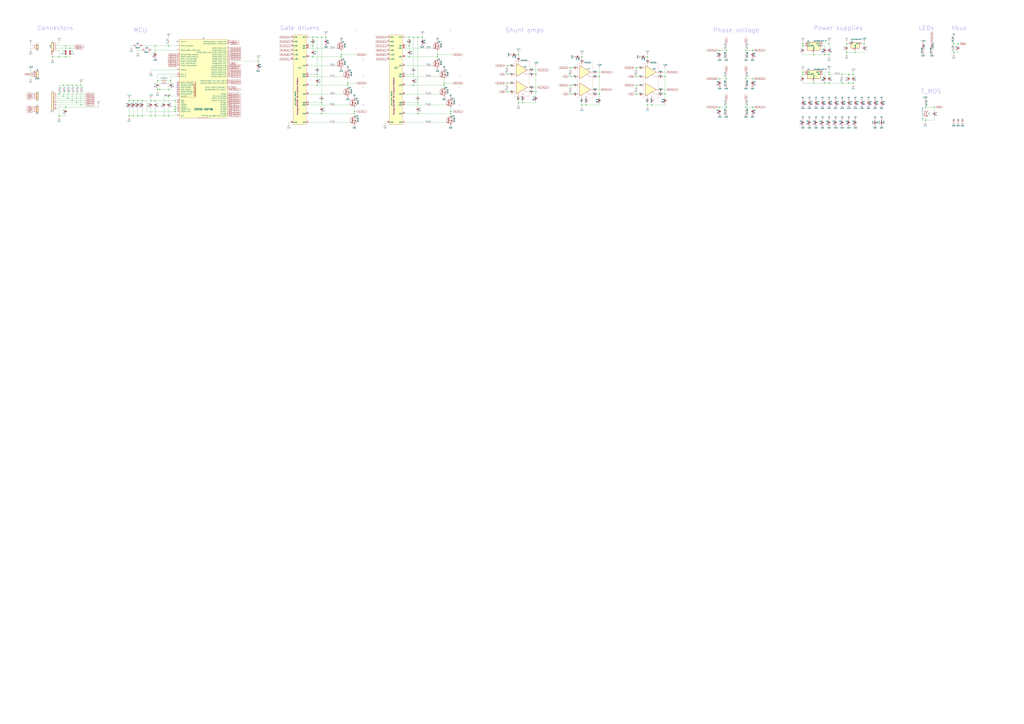
<source format=kicad_sch>
(kicad_sch
	(version 20231120)
	(generator "eeschema")
	(generator_version "8.0")
	(uuid "5be2cabd-3299-4f24-bd84-b9d8192e5214")
	(paper "A0")
	
	(junction
		(at 60.96 66.04)
		(diameter 0)
		(color 0 0 0 0)
		(uuid "0258fdf8-fd79-4f60-8f15-55a0171a908f")
	)
	(junction
		(at 962.66 86.36)
		(diameter 0)
		(color 0 0 0 0)
		(uuid "03ad46d7-8884-4a40-856f-9c9294ce551b")
	)
	(junction
		(at 88.9 99.06)
		(diameter 0)
		(color 0 0 0 0)
		(uuid "0461a994-8231-49c6-a405-888cd3cbd3cf")
	)
	(junction
		(at 180.34 53.34)
		(diameter 0)
		(color 0 0 0 0)
		(uuid "0474605d-d47a-4bb0-9c6b-0cd7372ee158")
	)
	(junction
		(at 203.2 116.84)
		(diameter 0)
		(color 0 0 0 0)
		(uuid "061819a4-82fc-4d96-85a0-5aed56d444f3")
	)
	(junction
		(at 485.14 132.08)
		(diameter 0)
		(color 0 0 0 0)
		(uuid "07874774-c7d9-4a9d-94b6-9f905cdea97f")
	)
	(junction
		(at 1074.42 139.7)
		(diameter 0)
		(color 0 0 0 0)
		(uuid "08320e2b-5719-4432-bf9e-b007423ee94c")
	)
	(junction
		(at 962.66 83.82)
		(diameter 0)
		(color 0 0 0 0)
		(uuid "088efd79-5825-4761-a455-fba5232335dc")
	)
	(junction
		(at 165.1 134.62)
		(diameter 0)
		(color 0 0 0 0)
		(uuid "09b201c6-38c6-45bf-b664-b04b1340e607")
	)
	(junction
		(at 396.24 66.04)
		(diameter 0)
		(color 0 0 0 0)
		(uuid "0eb316eb-788d-4985-8402-ab2274108f56")
	)
	(junction
		(at 73.66 99.06)
		(diameter 0)
		(color 0 0 0 0)
		(uuid "14048275-de0c-47fe-a135-5c87076bf7dc")
	)
	(junction
		(at 480.06 43.18)
		(diameter 0)
		(color 0 0 0 0)
		(uuid "14b65402-4f01-44c3-be5b-716a497ac00c")
	)
	(junction
		(at 932.18 53.34)
		(diameter 0)
		(color 0 0 0 0)
		(uuid "15ab6b04-952f-4c2f-aa0b-b67b24ccf14c")
	)
	(junction
		(at 299.72 71.12)
		(diameter 0)
		(color 0 0 0 0)
		(uuid "16e075ae-16d0-4a28-9c65-f86e820fc7e5")
	)
	(junction
		(at 873.76 58.42)
		(diameter 0)
		(color 0 0 0 0)
		(uuid "174f6db7-c3c5-457b-8a35-126f67fb12bc")
	)
	(junction
		(at 932.18 86.36)
		(diameter 0)
		(color 0 0 0 0)
		(uuid "1983e94f-f6a4-439e-bec6-c76c0bf019a7")
	)
	(junction
		(at 203.2 127)
		(diameter 0)
		(color 0 0 0 0)
		(uuid "1b074510-ba2c-4e8d-aeb2-ed35e3eafb8b")
	)
	(junction
		(at 589.28 86.36)
		(diameter 0)
		(color 0 0 0 0)
		(uuid "1b738a82-ac78-48b1-849a-367cfce8d8b1")
	)
	(junction
		(at 160.02 134.62)
		(diameter 0)
		(color 0 0 0 0)
		(uuid "1bc591ca-7206-451d-9d46-0e56d6b7219f")
	)
	(junction
		(at 195.58 53.34)
		(diameter 0)
		(color 0 0 0 0)
		(uuid "1d738dce-cd26-4e3e-933e-db49c47a5379")
	)
	(junction
		(at 474.98 66.04)
		(diameter 0)
		(color 0 0 0 0)
		(uuid "1ed243e5-b8ec-454f-95e8-5569bf245872")
	)
	(junction
		(at 373.38 43.18)
		(diameter 0)
		(color 0 0 0 0)
		(uuid "2036d8bd-6f1d-4696-ad6a-b315a53b902a")
	)
	(junction
		(at 411.48 132.08)
		(diameter 0)
		(color 0 0 0 0)
		(uuid "20407615-68f7-40b9-b104-f3af43fc98a1")
	)
	(junction
		(at 739.14 99.06)
		(diameter 0)
		(color 0 0 0 0)
		(uuid "25314e30-055d-430c-b24b-d71a6c18c772")
	)
	(junction
		(at 1003.3 50.8)
		(diameter 0)
		(color 0 0 0 0)
		(uuid "288c553b-fa5f-4d5a-ae59-8bf101e8790e")
	)
	(junction
		(at 977.9 96.52)
		(diameter 0)
		(color 0 0 0 0)
		(uuid "2c645ced-b2a5-4bc8-8acd-c6d5ceca4b83")
	)
	(junction
		(at 368.3 43.18)
		(diameter 0)
		(color 0 0 0 0)
		(uuid "2efb891a-49e4-488c-9b18-be3170ea82cc")
	)
	(junction
		(at 474.98 43.18)
		(diameter 0)
		(color 0 0 0 0)
		(uuid "31ceb21e-50ac-4315-be80-e9cc7d7ff20f")
	)
	(junction
		(at 962.66 50.8)
		(diameter 0)
		(color 0 0 0 0)
		(uuid "32928524-8d97-47e4-b55c-889c39b92ca8")
	)
	(junction
		(at 990.6 96.52)
		(diameter 0)
		(color 0 0 0 0)
		(uuid "331aa581-aed7-48d0-b0a7-7606c7f72af4")
	)
	(junction
		(at 751.84 66.04)
		(diameter 0)
		(color 0 0 0 0)
		(uuid "36394573-805a-458b-b065-ab66c83873d6")
	)
	(junction
		(at 680.72 121.92)
		(diameter 0)
		(color 0 0 0 0)
		(uuid "36528356-af8b-4b4d-afce-43930890f4bd")
	)
	(junction
		(at 93.98 121.92)
		(diameter 0)
		(color 0 0 0 0)
		(uuid "36b4e01d-7b95-4667-92cd-6728e601a90a")
	)
	(junction
		(at 76.2 53.34)
		(diameter 0)
		(color 0 0 0 0)
		(uuid "39a9390a-317d-4cc7-bb6b-eea2fa3066fa")
	)
	(junction
		(at 373.38 119.38)
		(diameter 0)
		(color 0 0 0 0)
		(uuid "3c48b34e-e0eb-47c6-9632-19a8a47be694")
	)
	(junction
		(at 589.28 96.52)
		(diameter 0)
		(color 0 0 0 0)
		(uuid "3ea6667e-cfc7-4eda-915a-1f3f974bfc2b")
	)
	(junction
		(at 985.52 96.52)
		(diameter 0)
		(color 0 0 0 0)
		(uuid "3ec2c514-0dbc-4059-9487-513961fd0c84")
	)
	(junction
		(at 756.92 121.92)
		(diameter 0)
		(color 0 0 0 0)
		(uuid "3f7be714-09f2-4d4c-9c19-cea8f1a8f388")
	)
	(junction
		(at 990.6 86.36)
		(diameter 0)
		(color 0 0 0 0)
		(uuid "4161f10f-0fd0-40ec-9def-258527f46d27")
	)
	(junction
		(at 373.38 132.08)
		(diameter 0)
		(color 0 0 0 0)
		(uuid "433def08-a407-4d5f-b933-807430938ed0")
	)
	(junction
		(at 175.26 134.62)
		(diameter 0)
		(color 0 0 0 0)
		(uuid "443deb8b-7d94-4823-a1e4-d157025c7e9f")
	)
	(junction
		(at 843.28 58.42)
		(diameter 0)
		(color 0 0 0 0)
		(uuid "461fa608-b6ac-4a53-8338-a90bbd600e2e")
	)
	(junction
		(at 601.98 119.38)
		(diameter 0)
		(color 0 0 0 0)
		(uuid "464d68e4-c167-446e-805a-07dc07c45793")
	)
	(junction
		(at 866.14 124.46)
		(diameter 0)
		(color 0 0 0 0)
		(uuid "4b09cd5d-9267-4a5e-9511-f8b655edce5a")
	)
	(junction
		(at 154.94 116.84)
		(diameter 0)
		(color 0 0 0 0)
		(uuid "4b3a8ab6-f6b8-4e2d-b567-8536757ad307")
	)
	(junction
		(at 957.58 96.52)
		(diameter 0)
		(color 0 0 0 0)
		(uuid "4baaca01-4004-4958-8d89-b08af50b5570")
	)
	(junction
		(at 982.98 60.96)
		(diameter 0)
		(color 0 0 0 0)
		(uuid "4bb32d97-d4b8-418b-8c5b-4ca0d146b008")
	)
	(junction
		(at 195.58 111.76)
		(diameter 0)
		(color 0 0 0 0)
		(uuid "4eb79bc2-febf-467a-bae5-ac3de6a53a4e")
	)
	(junction
		(at 944.88 96.52)
		(diameter 0)
		(color 0 0 0 0)
		(uuid "53463e4b-0580-42f0-80d4-c982369a01ca")
	)
	(junction
		(at 182.88 104.14)
		(diameter 0)
		(color 0 0 0 0)
		(uuid "553ac08a-7c1f-4a14-8c20-65f41ceecbcf")
	)
	(junction
		(at 68.58 134.62)
		(diameter 0)
		(color 0 0 0 0)
		(uuid "554d6555-a6f2-46f9-b678-1fd9f3352f1a")
	)
	(junction
		(at 195.58 104.14)
		(diameter 0)
		(color 0 0 0 0)
		(uuid "561adba5-5991-4285-b050-dad8fe223e6b")
	)
	(junction
		(at 695.96 109.22)
		(diameter 0)
		(color 0 0 0 0)
		(uuid "58c3d149-1c6f-4325-8c77-da37c9fa4ea6")
	)
	(junction
		(at 165.1 116.84)
		(diameter 0)
		(color 0 0 0 0)
		(uuid "5a5bcd50-77df-4bb4-8051-110072bd46bf")
	)
	(junction
		(at 363.22 66.04)
		(diameter 0)
		(color 0 0 0 0)
		(uuid "5bbd0b62-497d-47ba-9252-dd2da53280d1")
	)
	(junction
		(at 490.22 43.18)
		(diameter 0)
		(color 0 0 0 0)
		(uuid "64710b45-51dc-4ca6-810a-a7966d9aaa85")
	)
	(junction
		(at 962.66 96.52)
		(diameter 0)
		(color 0 0 0 0)
		(uuid "65416560-1ade-48e2-8987-b63d3ef95286")
	)
	(junction
		(at 1084.58 124.46)
		(diameter 0)
		(color 0 0 0 0)
		(uuid "65fe4d33-bf3c-4a7f-8046-0af7a5348b76")
	)
	(junction
		(at 675.64 121.92)
		(diameter 0)
		(color 0 0 0 0)
		(uuid "68caa7a2-a560-49f1-b8cc-9db092f713cf")
	)
	(junction
		(at 589.28 106.68)
		(diameter 0)
		(color 0 0 0 0)
		(uuid "69257732-3c27-4483-8cad-f4e156fe6ab7")
	)
	(junction
		(at 601.98 63.5)
		(diameter 0)
		(color 0 0 0 0)
		(uuid "6beda040-4f80-47d1-9ff5-01ddb21e070b")
	)
	(junction
		(at 739.14 109.22)
		(diameter 0)
		(color 0 0 0 0)
		(uuid "6d5889fb-1e72-4b66-b631-f0dd30d675b5")
	)
	(junction
		(at 662.94 78.74)
		(diameter 0)
		(color 0 0 0 0)
		(uuid "6f2f957c-a0aa-4685-a6c2-a61e33deac66")
	)
	(junction
		(at 76.2 66.04)
		(diameter 0)
		(color 0 0 0 0)
		(uuid "728855e3-0703-4afe-8aa7-ad7eca18fb3a")
	)
	(junction
		(at 396.24 63.5)
		(diameter 0)
		(color 0 0 0 0)
		(uuid "734833aa-2288-4d18-8daf-0797165723e5")
	)
	(junction
		(at 203.2 124.46)
		(diameter 0)
		(color 0 0 0 0)
		(uuid "7373ecb0-0041-479c-9e81-f0b32d3cde04")
	)
	(junction
		(at 1107.44 60.96)
		(diameter 0)
		(color 0 0 0 0)
		(uuid "74eef8c7-154e-4887-84cd-e421de060b3c")
	)
	(junction
		(at 962.66 63.5)
		(diameter 0)
		(color 0 0 0 0)
		(uuid "76fa299c-fd4e-4f2c-ab06-5e12cde8c31f")
	)
	(junction
		(at 662.94 88.9)
		(diameter 0)
		(color 0 0 0 0)
		(uuid "79671f7c-3a70-4fa8-9d0b-99ed1bef3607")
	)
	(junction
		(at 485.14 119.38)
		(diameter 0)
		(color 0 0 0 0)
		(uuid "79c6a43d-5c5d-46c6-a7d2-98aef6be44e6")
	)
	(junction
		(at 93.98 99.06)
		(diameter 0)
		(color 0 0 0 0)
		(uuid "7b06787f-a07d-483b-99dc-7907283bd284")
	)
	(junction
		(at 662.94 109.22)
		(diameter 0)
		(color 0 0 0 0)
		(uuid "7bcb33f1-8a1f-4734-9b50-11ac82e91122")
	)
	(junction
		(at 739.14 78.74)
		(diameter 0)
		(color 0 0 0 0)
		(uuid "7bf82b2a-3b0c-46a5-96fa-7b506443cd69")
	)
	(junction
		(at 772.16 109.22)
		(diameter 0)
		(color 0 0 0 0)
		(uuid "7e6b77d4-672d-49b8-9e97-2882f0f71159")
	)
	(junction
		(at 203.2 129.54)
		(diameter 0)
		(color 0 0 0 0)
		(uuid "807d8473-b50c-4ff2-9116-1f253975a8d3")
	)
	(junction
		(at 1112.52 50.8)
		(diameter 0)
		(color 0 0 0 0)
		(uuid "812648c3-852c-4715-9a25-d380c70d3c12")
	)
	(junction
		(at 480.06 86.36)
		(diameter 0)
		(color 0 0 0 0)
		(uuid "832d691c-c1c5-4206-853a-fef7338d042a")
	)
	(junction
		(at 515.62 99.06)
		(diameter 0)
		(color 0 0 0 0)
		(uuid "851df148-6ab8-4217-9d56-f110d6a55258")
	)
	(junction
		(at 772.16 88.9)
		(diameter 0)
		(color 0 0 0 0)
		(uuid "87300877-1bd6-4bc1-bc39-d789300f624a")
	)
	(junction
		(at 843.28 91.44)
		(diameter 0)
		(color 0 0 0 0)
		(uuid "8b6883ec-4b18-4056-97b8-1579546400ee")
	)
	(junction
		(at 149.86 134.62)
		(diameter 0)
		(color 0 0 0 0)
		(uuid "8b864d49-eeaf-48d8-9096-3c0b4569bec9")
	)
	(junction
		(at 622.3 106.68)
		(diameter 0)
		(color 0 0 0 0)
		(uuid "8e11022e-296e-40b5-9b2b-8dd1b2e076ca")
	)
	(junction
		(at 154.94 134.62)
		(diameter 0)
		(color 0 0 0 0)
		(uuid "8eb47323-4141-41e1-9b15-4b88572cfa82")
	)
	(junction
		(at 977.9 86.36)
		(diameter 0)
		(color 0 0 0 0)
		(uuid "8fb8bb88-ed47-4d13-bfbd-ce5db2f99ded")
	)
	(junction
		(at 185.42 104.14)
		(diameter 0)
		(color 0 0 0 0)
		(uuid "90d30194-f9d3-4e07-9ee5-590980eb31fc")
	)
	(junction
		(at 589.28 76.2)
		(diameter 0)
		(color 0 0 0 0)
		(uuid "93ee4f8a-6ef7-4b5d-9d86-cc9984c7aa68")
	)
	(junction
		(at 751.84 121.92)
		(diameter 0)
		(color 0 0 0 0)
		(uuid "93f48371-6751-49b8-957d-f172dc4261b9")
	)
	(junction
		(at 76.2 124.46)
		(diameter 0)
		(color 0 0 0 0)
		(uuid "943d3292-3a86-4ecc-b9c0-5e77090a5f78")
	)
	(junction
		(at 607.06 119.38)
		(diameter 0)
		(color 0 0 0 0)
		(uuid "97741697-732e-47f0-ae83-b1e3207e3b82")
	)
	(junction
		(at 873.76 124.46)
		(diameter 0)
		(color 0 0 0 0)
		(uuid "9bd5b8b0-b0d3-4545-a1c4-6d02f2aa68e5")
	)
	(junction
		(at 695.96 88.9)
		(diameter 0)
		(color 0 0 0 0)
		(uuid "9cb2ce89-f342-42dd-b4a0-e69d2f13075b")
	)
	(junction
		(at 835.66 58.42)
		(diameter 0)
		(color 0 0 0 0)
		(uuid "9da165eb-fb49-484d-8f3a-3dd419a228c0")
	)
	(junction
		(at 73.66 111.76)
		(diameter 0)
		(color 0 0 0 0)
		(uuid "a362cec1-3d3e-4925-b6b8-00e2300c56ca")
	)
	(junction
		(at 662.94 99.06)
		(diameter 0)
		(color 0 0 0 0)
		(uuid "a4283957-b6fd-4cff-97eb-f70b4dda562b")
	)
	(junction
		(at 149.86 116.84)
		(diameter 0)
		(color 0 0 0 0)
		(uuid "a5bd2c2a-25f9-4b56-8d4d-916d6434ef15")
	)
	(junction
		(at 83.82 99.06)
		(diameter 0)
		(color 0 0 0 0)
		(uuid "a75cc985-56fa-4b26-9006-0ab8be63a38f")
	)
	(junction
		(at 378.46 43.18)
		(diameter 0)
		(color 0 0 0 0)
		(uuid "a8c95959-2819-4c67-8e86-6bac3d8f8460")
	)
	(junction
		(at 944.88 63.5)
		(diameter 0)
		(color 0 0 0 0)
		(uuid "aba7edad-aeb9-4b24-80a8-3101b2fdfce7")
	)
	(junction
		(at 873.76 91.44)
		(diameter 0)
		(color 0 0 0 0)
		(uuid "abeb5b59-6cf4-41ed-a61e-21d11c39de65")
	)
	(junction
		(at 508 63.5)
		(diameter 0)
		(color 0 0 0 0)
		(uuid "ad75f7dd-e744-4204-86c8-7cb653043361")
	)
	(junction
		(at 480.06 99.06)
		(diameter 0)
		(color 0 0 0 0)
		(uuid "ad971c67-6c0a-4492-bb0e-f52794b68a69")
	)
	(junction
		(at 88.9 119.38)
		(diameter 0)
		(color 0 0 0 0)
		(uuid "b090896f-ab53-4238-922b-83abdb236c32")
	)
	(junction
		(at 368.3 99.06)
		(diameter 0)
		(color 0 0 0 0)
		(uuid "b0d57212-0ef4-4b21-a9fe-561e970b7cf3")
	)
	(junction
		(at 175.26 116.84)
		(diameter 0)
		(color 0 0 0 0)
		(uuid "b28b686a-716c-452f-be7e-31b626b38a1e")
	)
	(junction
		(at 68.58 66.04)
		(diameter 0)
		(color 0 0 0 0)
		(uuid "b3af5f09-9503-4608-ac6e-2cba6153efc1")
	)
	(junction
		(at 985.52 86.36)
		(diameter 0)
		(color 0 0 0 0)
		(uuid "b3ebc8b1-48c8-481f-a94a-cfccbcadcb5e")
	)
	(junction
		(at 403.86 96.52)
		(diameter 0)
		(color 0 0 0 0)
		(uuid "b9580891-bb21-4414-a5b7-95d5cd647be7")
	)
	(junction
		(at 508 66.04)
		(diameter 0)
		(color 0 0 0 0)
		(uuid "ba7d62e6-329e-4e37-abea-2d2e49d5980f")
	)
	(junction
		(at 835.66 91.44)
		(diameter 0)
		(color 0 0 0 0)
		(uuid "bdc7340d-bb0a-41b5-a5da-186d96bd9880")
	)
	(junction
		(at 1107.44 50.8)
		(diameter 0)
		(color 0 0 0 0)
		(uuid "bdeb12b7-618c-4ecd-af0e-ca1ee38496bd")
	)
	(junction
		(at 68.58 109.22)
		(diameter 0)
		(color 0 0 0 0)
		(uuid "bfd3b0ba-d740-4270-a517-e1ca16253727")
	)
	(junction
		(at 411.48 129.54)
		(diameter 0)
		(color 0 0 0 0)
		(uuid "c0eb25b2-7fca-45ce-8906-7f20331521e1")
	)
	(junction
		(at 485.14 43.18)
		(diameter 0)
		(color 0 0 0 0)
		(uuid "c25589ec-7992-4c53-8891-123dba69fe76")
	)
	(junction
		(at 523.24 132.08)
		(diameter 0)
		(color 0 0 0 0)
		(uuid "c2f0e11d-fa76-41dc-be6e-d8ce82647988")
	)
	(junction
		(at 1074.42 124.46)
		(diameter 0)
		(color 0 0 0 0)
		(uuid "c37bab22-3757-4d96-b83f-31568f79014d")
	)
	(junction
		(at 180.34 134.62)
		(diameter 0)
		(color 0 0 0 0)
		(uuid "c9d50748-a579-461e-bcf1-4e89778b5777")
	)
	(junction
		(at 195.58 134.62)
		(diameter 0)
		(color 0 0 0 0)
		(uuid "ca120daa-d660-4a91-aec4-b0e7368c93d3")
	)
	(junction
		(at 739.14 88.9)
		(diameter 0)
		(color 0 0 0 0)
		(uuid "cd793d62-3633-4e20-8d85-f03663c7617d")
	)
	(junction
		(at 83.82 116.84)
		(diameter 0)
		(color 0 0 0 0)
		(uuid "d666cf09-cf6d-4255-87a6-f27ee51aef08")
	)
	(junction
		(at 403.86 99.06)
		(diameter 0)
		(color 0 0 0 0)
		(uuid "d73abd62-4a5c-43b3-8773-5f8ae39dd38d")
	)
	(junction
		(at 515.62 96.52)
		(diameter 0)
		(color 0 0 0 0)
		(uuid "db47c76d-cc87-4d1f-b005-2e4cd3ae88ec")
	)
	(junction
		(at 81.28 55.88)
		(diameter 0)
		(color 0 0 0 0)
		(uuid "df152eb8-0730-4b7c-938d-9a0568ffc763")
	)
	(junction
		(at 363.22 53.34)
		(diameter 0)
		(color 0 0 0 0)
		(uuid "e02ade44-ee89-4df0-97c1-f46f3a5743f4")
	)
	(junction
		(at 78.74 99.06)
		(diameter 0)
		(color 0 0 0 0)
		(uuid "e0a6988e-6fcc-41cc-be63-5f4cb6856bf9")
	)
	(junction
		(at 160.02 116.84)
		(diameter 0)
		(color 0 0 0 0)
		(uuid "e3598b2c-4001-4932-bd5c-2797d3774286")
	)
	(junction
		(at 843.28 124.46)
		(diameter 0)
		(color 0 0 0 0)
		(uuid "e5406d3d-58c5-4ed9-96bf-d41fb38f724b")
	)
	(junction
		(at 363.22 43.18)
		(diameter 0)
		(color 0 0 0 0)
		(uuid "e5fc417d-b9c3-4e53-963a-6683100a6c04")
	)
	(junction
		(at 866.14 58.42)
		(diameter 0)
		(color 0 0 0 0)
		(uuid "e72d2675-c21e-4af3-ad4c-35cf8d99acd9")
	)
	(junction
		(at 474.98 53.34)
		(diameter 0)
		(color 0 0 0 0)
		(uuid "e820f18a-3964-404f-be87-fac5c6325a7c")
	)
	(junction
		(at 368.3 86.36)
		(diameter 0)
		(color 0 0 0 0)
		(uuid "e92c0c03-dc76-4168-90fe-78fdab136c95")
	)
	(junction
		(at 675.64 66.04)
		(diameter 0)
		(color 0 0 0 0)
		(uuid "ec372f5a-1f12-4588-8e83-f5c3bc668cab")
	)
	(junction
		(at 835.66 124.46)
		(diameter 0)
		(color 0 0 0 0)
		(uuid "ecd3d26f-11fc-44b9-9e16-e155d9d05901")
	)
	(junction
		(at 78.74 114.3)
		(diameter 0)
		(color 0 0 0 0)
		(uuid "ee6119e8-c06b-451d-94f2-76df90842950")
	)
	(junction
		(at 523.24 129.54)
		(diameter 0)
		(color 0 0 0 0)
		(uuid "efbddf0a-6823-42c9-9c12-4dbb1fd40bde")
	)
	(junction
		(at 982.98 50.8)
		(diameter 0)
		(color 0 0 0 0)
		(uuid "f1893570-8ef2-48c1-b0b3-a9d00152e6f3")
	)
	(junction
		(at 932.18 50.8)
		(diameter 0)
		(color 0 0 0 0)
		(uuid "f35f960b-fb5a-4d40-a136-0bbe192c240f")
	)
	(junction
		(at 957.58 63.5)
		(diameter 0)
		(color 0 0 0 0)
		(uuid "f434c0dd-280a-4aa9-a9a2-a1a1955ae293")
	)
	(junction
		(at 190.5 134.62)
		(diameter 0)
		(color 0 0 0 0)
		(uuid "f43ca397-1c77-4fb5-996f-8dd381ac47c5")
	)
	(junction
		(at 198.12 93.98)
		(diameter 0)
		(color 0 0 0 0)
		(uuid "f6762975-98ef-4413-af15-6a8b7bef089e")
	)
	(junction
		(at 932.18 83.82)
		(diameter 0)
		(color 0 0 0 0)
		(uuid "f7702d07-a7ed-4109-81bf-da7dc8812937")
	)
	(junction
		(at 180.34 116.84)
		(diameter 0)
		(color 0 0 0 0)
		(uuid "f8427f31-7dce-46e3-8360-096f3eb0129d")
	)
	(junction
		(at 622.3 86.36)
		(diameter 0)
		(color 0 0 0 0)
		(uuid "fb2ab0ac-68eb-4f03-97b5-b6613d7320b7")
	)
	(junction
		(at 182.88 93.98)
		(diameter 0)
		(color 0 0 0 0)
		(uuid "fc3b0c7a-474c-49d9-b376-c3721320fae3")
	)
	(junction
		(at 866.14 91.44)
		(diameter 0)
		(color 0 0 0 0)
		(uuid "fd0c9c17-1a1d-4232-88f2-0d30815f8c2e")
	)
	(junction
		(at 993.14 60.96)
		(diameter 0)
		(color 0 0 0 0)
		(uuid "fdea94fa-2bf1-45c6-b53a-2fff325d68d7")
	)
	(no_connect
		(at 205.74 48.26)
		(uuid "0b5c538e-4e2e-4c5e-9fed-b27ac1cf3446")
	)
	(no_connect
		(at 205.74 99.06)
		(uuid "4de92cde-f61c-4533-9209-e15807c4eafb")
	)
	(no_connect
		(at 205.74 109.22)
		(uuid "4de92cde-f61c-4533-9209-e15807c4eafc")
	)
	(no_connect
		(at 205.74 101.6)
		(uuid "4de92cde-f61c-4533-9209-e15807c4eafd")
	)
	(no_connect
		(at 205.74 96.52)
		(uuid "4de92cde-f61c-4533-9209-e15807c4eafe")
	)
	(no_connect
		(at 205.74 104.14)
		(uuid "4de92cde-f61c-4533-9209-e15807c4eaff")
	)
	(no_connect
		(at 205.74 106.68)
		(uuid "4de92cde-f61c-4533-9209-e15807c4eb00")
	)
	(wire
		(pts
			(xy 368.3 43.18) (xy 363.22 43.18)
		)
		(stroke
			(width 0)
			(type default)
		)
		(uuid "00050098-c240-4d20-8ebb-7040c24b5985")
	)
	(wire
		(pts
			(xy 469.9 88.9) (xy 495.3 88.9)
		)
		(stroke
			(width 0)
			(type default)
		)
		(uuid "00f5400c-16bb-400d-8520-4fa9fe6245c5")
	)
	(wire
		(pts
			(xy 388.62 88.9) (xy 398.78 88.9)
		)
		(stroke
			(width 0)
			(type default)
		)
		(uuid "01029e35-4821-450d-87bb-09783cee82df")
	)
	(wire
		(pts
			(xy 695.96 109.22) (xy 695.96 114.3)
		)
		(stroke
			(width 0)
			(type default)
		)
		(uuid "0124b8f7-1ea7-4f08-8245-68a292e13e53")
	)
	(wire
		(pts
			(xy 975.36 86.36) (xy 977.9 86.36)
		)
		(stroke
			(width 0)
			(type default)
		)
		(uuid "0280fefc-a9f1-4a5d-bb39-ff2e906b44de")
	)
	(wire
		(pts
			(xy 358.14 53.34) (xy 363.22 53.34)
		)
		(stroke
			(width 0)
			(type default)
		)
		(uuid "03b1f14e-6040-49cf-b3d1-3731e9b07dde")
	)
	(wire
		(pts
			(xy 180.34 116.84) (xy 203.2 116.84)
		)
		(stroke
			(width 0)
			(type default)
		)
		(uuid "047d5f02-c209-4c1f-bade-ac037858cc2d")
	)
	(wire
		(pts
			(xy 114.3 124.46) (xy 76.2 124.46)
		)
		(stroke
			(width 0)
			(type default)
		)
		(uuid "049526df-f7ca-4d6b-bda4-1bbb2279af92")
	)
	(wire
		(pts
			(xy 358.14 119.38) (xy 373.38 119.38)
		)
		(stroke
			(width 0)
			(type default)
		)
		(uuid "053c03d6-514e-4534-b534-1ee4d467c7e8")
	)
	(wire
		(pts
			(xy 358.14 142.24) (xy 383.54 142.24)
		)
		(stroke
			(width 0)
			(type default)
		)
		(uuid "06cfa07d-a150-417f-b8ab-60954020a2f0")
	)
	(wire
		(pts
			(xy 73.66 99.06) (xy 78.74 99.06)
		)
		(stroke
			(width 0)
			(type default)
		)
		(uuid "07f4d071-c7de-47d9-9d2d-a942bfa28aff")
	)
	(wire
		(pts
			(xy 739.14 78.74) (xy 739.14 81.28)
		)
		(stroke
			(width 0)
			(type default)
		)
		(uuid "081ef915-dec2-4063-9955-8296f5e23469")
	)
	(wire
		(pts
			(xy 1112.52 60.96) (xy 1107.44 60.96)
		)
		(stroke
			(width 0)
			(type default)
		)
		(uuid "08747fb6-dd3d-443b-8f0a-95492ae7ce76")
	)
	(wire
		(pts
			(xy 88.9 99.06) (xy 88.9 101.6)
		)
		(stroke
			(width 0)
			(type default)
		)
		(uuid "088fd6ec-164b-48a9-a4a7-93a907fd5ac3")
	)
	(wire
		(pts
			(xy 866.14 124.46) (xy 866.14 121.92)
		)
		(stroke
			(width 0)
			(type default)
		)
		(uuid "097a8844-8031-4aa6-9030-ba009c12eaa9")
	)
	(wire
		(pts
			(xy 83.82 99.06) (xy 88.9 99.06)
		)
		(stroke
			(width 0)
			(type default)
		)
		(uuid "09e19289-d3dd-417f-ab09-a797cafd3eec")
	)
	(wire
		(pts
			(xy 525.78 129.54) (xy 523.24 129.54)
		)
		(stroke
			(width 0)
			(type default)
		)
		(uuid "0a12fb40-eec5-4e8d-9334-823b72a654a0")
	)
	(wire
		(pts
			(xy 78.74 99.06) (xy 78.74 101.6)
		)
		(stroke
			(width 0)
			(type default)
		)
		(uuid "0a7a040c-1b4d-4ccb-b554-953f9ea1c268")
	)
	(wire
		(pts
			(xy 99.06 114.3) (xy 78.74 114.3)
		)
		(stroke
			(width 0)
			(type default)
		)
		(uuid "0d228377-e2d2-4bb2-9b4f-22e37ddb36b0")
	)
	(wire
		(pts
			(xy 993.14 60.96) (xy 1003.3 60.96)
		)
		(stroke
			(width 0)
			(type default)
		)
		(uuid "0dce6dad-490a-4c8c-82aa-5821baf83da3")
	)
	(wire
		(pts
			(xy 299.72 71.12) (xy 299.72 73.66)
		)
		(stroke
			(width 0)
			(type default)
		)
		(uuid "0f317fe1-f720-4ae7-bf09-7806eca09fda")
	)
	(wire
		(pts
			(xy 203.2 119.38) (xy 203.2 116.84)
		)
		(stroke
			(width 0)
			(type default)
		)
		(uuid "0fe1a628-7f66-439d-951b-49a42c32f6f4")
	)
	(wire
		(pts
			(xy 751.84 121.92) (xy 751.84 124.46)
		)
		(stroke
			(width 0)
			(type default)
		)
		(uuid "10774ff2-0f1c-4e34-952c-b98daf3b2e77")
	)
	(wire
		(pts
			(xy 607.06 119.38) (xy 601.98 119.38)
		)
		(stroke
			(width 0)
			(type default)
		)
		(uuid "10a0b023-5b28-4d07-bfb2-6eceac0482bb")
	)
	(wire
		(pts
			(xy 601.98 63.5) (xy 601.98 66.04)
		)
		(stroke
			(width 0)
			(type default)
		)
		(uuid "119898d7-7593-4c05-8baa-cf6915bd34d1")
	)
	(wire
		(pts
			(xy 751.84 66.04) (xy 751.84 68.58)
		)
		(stroke
			(width 0)
			(type default)
		)
		(uuid "11acf6de-4467-41c1-acfa-63b7e290209b")
	)
	(wire
		(pts
			(xy 866.14 91.44) (xy 866.14 88.9)
		)
		(stroke
			(width 0)
			(type default)
		)
		(uuid "1298a087-fb91-4acf-a336-576a34f3291d")
	)
	(wire
		(pts
			(xy 680.72 121.92) (xy 675.64 121.92)
		)
		(stroke
			(width 0)
			(type default)
		)
		(uuid "13105ddf-f81a-4557-8c45-bf73d863b0ff")
	)
	(wire
		(pts
			(xy 873.76 58.42) (xy 873.76 60.96)
		)
		(stroke
			(width 0)
			(type default)
		)
		(uuid "13162248-2318-463a-816e-74696e61f9f3")
	)
	(wire
		(pts
			(xy 480.06 43.18) (xy 474.98 43.18)
		)
		(stroke
			(width 0)
			(type default)
		)
		(uuid "1381b25f-e64d-4615-a1c7-25eb340efd88")
	)
	(wire
		(pts
			(xy 93.98 106.68) (xy 93.98 121.92)
		)
		(stroke
			(width 0)
			(type default)
		)
		(uuid "1482d473-ee70-4000-8b47-5e49981f50d2")
	)
	(wire
		(pts
			(xy 1107.44 48.26) (xy 1107.44 50.8)
		)
		(stroke
			(width 0)
			(type default)
		)
		(uuid "155e8b3e-2843-4932-830b-c3a4e847fd90")
	)
	(wire
		(pts
			(xy 78.74 99.06) (xy 83.82 99.06)
		)
		(stroke
			(width 0)
			(type default)
		)
		(uuid "15f3bd42-4d7c-4789-8ccb-02154e4f3dbc")
	)
	(wire
		(pts
			(xy 378.46 45.72) (xy 378.46 43.18)
		)
		(stroke
			(width 0)
			(type default)
		)
		(uuid "1648ecff-2997-415e-b6b4-5acdc7f0cabe")
	)
	(wire
		(pts
			(xy 769.62 109.22) (xy 772.16 109.22)
		)
		(stroke
			(width 0)
			(type default)
		)
		(uuid "17c1e8e9-fbe7-4c24-8afe-fedbd16b8989")
	)
	(wire
		(pts
			(xy 469.9 99.06) (xy 480.06 99.06)
		)
		(stroke
			(width 0)
			(type default)
		)
		(uuid "18b22eaa-dd2c-4a97-8e38-d98446729199")
	)
	(wire
		(pts
			(xy 523.24 124.46) (xy 523.24 129.54)
		)
		(stroke
			(width 0)
			(type default)
		)
		(uuid "19653ff4-475c-4dc3-ae08-50ab9e2c419f")
	)
	(wire
		(pts
			(xy 203.2 129.54) (xy 205.74 129.54)
		)
		(stroke
			(width 0)
			(type default)
		)
		(uuid "1a68c202-90e5-4e93-8798-f30221dc4c64")
	)
	(wire
		(pts
			(xy 114.3 121.92) (xy 114.3 124.46)
		)
		(stroke
			(width 0)
			(type default)
		)
		(uuid "1aa9ddbf-a889-4c7c-ac1c-8752374aa5e4")
	)
	(wire
		(pts
			(xy 469.9 76.2) (xy 495.3 76.2)
		)
		(stroke
			(width 0)
			(type default)
		)
		(uuid "1b1c35af-5cd7-4d35-b69d-6cdf71a51653")
	)
	(wire
		(pts
			(xy 154.94 116.84) (xy 154.94 119.38)
		)
		(stroke
			(width 0)
			(type default)
		)
		(uuid "1c11fc7c-9b67-4cf0-9df8-5b8adc2904c1")
	)
	(wire
		(pts
			(xy 60.96 63.5) (xy 60.96 66.04)
		)
		(stroke
			(width 0)
			(type default)
		)
		(uuid "1c167aed-f84c-47e8-8411-3bd067c8d6af")
	)
	(wire
		(pts
			(xy 739.14 99.06) (xy 741.68 99.06)
		)
		(stroke
			(width 0)
			(type default)
		)
		(uuid "1c412850-0d5c-48f6-8af1-5943120e3714")
	)
	(wire
		(pts
			(xy 474.98 66.04) (xy 508 66.04)
		)
		(stroke
			(width 0)
			(type default)
		)
		(uuid "1c57a602-9863-435e-87bd-7c141f7759d2")
	)
	(wire
		(pts
			(xy 469.9 121.92) (xy 495.3 121.92)
		)
		(stroke
			(width 0)
			(type default)
		)
		(uuid "1c7f5aac-d6bc-4d4f-af05-19bc8df15651")
	)
	(wire
		(pts
			(xy 619.76 106.68) (xy 622.3 106.68)
		)
		(stroke
			(width 0)
			(type default)
		)
		(uuid "1d3d1580-89af-452b-819a-3e5501bc6b57")
	)
	(wire
		(pts
			(xy 500.38 142.24) (xy 518.16 142.24)
		)
		(stroke
			(width 0)
			(type default)
		)
		(uuid "1e0c1873-5039-4f56-9e29-24c98d211c75")
	)
	(wire
		(pts
			(xy 160.02 58.42) (xy 160.02 60.96)
		)
		(stroke
			(width 0)
			(type default)
		)
		(uuid "1e1a38d2-91ce-47ed-9b70-419c7f6eaabb")
	)
	(wire
		(pts
			(xy 843.28 58.42) (xy 843.28 60.96)
		)
		(stroke
			(width 0)
			(type default)
		)
		(uuid "1eac75b8-ed09-4e5e-bddf-931fa68bb3e0")
	)
	(wire
		(pts
			(xy 373.38 132.08) (xy 411.48 132.08)
		)
		(stroke
			(width 0)
			(type default)
		)
		(uuid "1f014a39-d350-4169-a950-bffd40d462fb")
	)
	(wire
		(pts
			(xy 149.86 119.38) (xy 149.86 116.84)
		)
		(stroke
			(width 0)
			(type default)
		)
		(uuid "1f5338e7-5c93-4cfd-a434-17ae506ba511")
	)
	(wire
		(pts
			(xy 358.14 109.22) (xy 383.54 109.22)
		)
		(stroke
			(width 0)
			(type default)
		)
		(uuid "1fa18ef4-b1d1-40fd-b328-1de9a9c5c3e6")
	)
	(wire
		(pts
			(xy 485.14 129.54) (xy 485.14 132.08)
		)
		(stroke
			(width 0)
			(type default)
		)
		(uuid "1fb65fa2-3861-4f97-a6cd-ef30683f0285")
	)
	(wire
		(pts
			(xy 990.6 96.52) (xy 985.52 96.52)
		)
		(stroke
			(width 0)
			(type default)
		)
		(uuid "1fd6ff77-8e98-42c5-9361-5c9555219fd8")
	)
	(wire
		(pts
			(xy 1107.44 50.8) (xy 1107.44 53.34)
		)
		(stroke
			(width 0)
			(type default)
		)
		(uuid "20d16bca-0463-4eb4-bce5-444bb5bf55c7")
	)
	(wire
		(pts
			(xy 1112.52 50.8) (xy 1115.06 50.8)
		)
		(stroke
			(width 0)
			(type default)
		)
		(uuid "217e438f-bbc5-47d4-9378-7a22012cf427")
	)
	(wire
		(pts
			(xy 751.84 63.5) (xy 751.84 66.04)
		)
		(stroke
			(width 0)
			(type default)
		)
		(uuid "22d007ee-b2db-480f-b389-465f7ad7f102")
	)
	(wire
		(pts
			(xy 586.74 86.36) (xy 589.28 86.36)
		)
		(stroke
			(width 0)
			(type default)
		)
		(uuid "22e2bece-44cf-42df-97c5-c92fe538838f")
	)
	(wire
		(pts
			(xy 403.86 96.52) (xy 403.86 91.44)
		)
		(stroke
			(width 0)
			(type default)
		)
		(uuid "2303fad8-70c9-4834-b518-d2b67f702388")
	)
	(wire
		(pts
			(xy 388.62 55.88) (xy 391.16 55.88)
		)
		(stroke
			(width 0)
			(type default)
		)
		(uuid "23671b39-4dc3-4d06-9386-5adb4f237c46")
	)
	(wire
		(pts
			(xy 78.74 114.3) (xy 66.04 114.3)
		)
		(stroke
			(width 0)
			(type default)
		)
		(uuid "253beb9f-23f6-45ed-a408-994b272cbc9a")
	)
	(wire
		(pts
			(xy 195.58 111.76) (xy 195.58 119.38)
		)
		(stroke
			(width 0)
			(type default)
		)
		(uuid "25a21b2d-55b1-4b7b-a730-80899908368e")
	)
	(wire
		(pts
			(xy 175.26 116.84) (xy 180.34 116.84)
		)
		(stroke
			(width 0)
			(type default)
		)
		(uuid "26dce539-9e8e-45c9-b31c-d81518dbaba9")
	)
	(wire
		(pts
			(xy 68.58 48.26) (xy 68.58 50.8)
		)
		(stroke
			(width 0)
			(type default)
		)
		(uuid "27d96f67-7a6c-4985-a10b-c91340c667a9")
	)
	(wire
		(pts
			(xy 508 66.04) (xy 508 68.58)
		)
		(stroke
			(width 0)
			(type default)
		)
		(uuid "2846c83a-d85e-4ce7-ad2c-2dcfb8cb96a7")
	)
	(wire
		(pts
			(xy 469.9 86.36) (xy 480.06 86.36)
		)
		(stroke
			(width 0)
			(type default)
		)
		(uuid "28528c1e-d191-4d8c-89f0-29d7aa26731e")
	)
	(wire
		(pts
			(xy 833.12 91.44) (xy 835.66 91.44)
		)
		(stroke
			(width 0)
			(type default)
		)
		(uuid "295a9bb7-7449-414e-818d-976ef049cbd2")
	)
	(wire
		(pts
			(xy 662.94 88.9) (xy 662.94 86.36)
		)
		(stroke
			(width 0)
			(type default)
		)
		(uuid "297e7d31-8e11-4d21-a7ce-8995016fba36")
	)
	(wire
		(pts
			(xy 622.3 76.2) (xy 622.3 86.36)
		)
		(stroke
			(width 0)
			(type default)
		)
		(uuid "29c522d1-dc19-41db-a9f9-bc174098bf06")
	)
	(wire
		(pts
			(xy 695.96 78.74) (xy 695.96 88.9)
		)
		(stroke
			(width 0)
			(type default)
		)
		(uuid "2a585122-95d2-4c6a-b7f2-f285522a4d51")
	)
	(wire
		(pts
			(xy 76.2 124.46) (xy 66.04 124.46)
		)
		(stroke
			(width 0)
			(type default)
		)
		(uuid "2b155a8a-2572-4bcf-8b98-381e2790e7c1")
	)
	(wire
		(pts
			(xy 198.12 93.98) (xy 193.04 93.98)
		)
		(stroke
			(width 0)
			(type default)
		)
		(uuid "2dc7a238-c09a-4dee-81c1-853275b0a4c7")
	)
	(wire
		(pts
			(xy 195.58 53.34) (xy 205.74 53.34)
		)
		(stroke
			(width 0)
			(type default)
		)
		(uuid "2dd41dd0-0f26-42c9-ab5b-369b4a7fa703")
	)
	(wire
		(pts
			(xy 205.74 86.36) (xy 182.88 86.36)
		)
		(stroke
			(width 0)
			(type default)
		)
		(uuid "2e3e6bf3-5fd4-4ff4-80b0-a658055b5321")
	)
	(wire
		(pts
			(xy 962.66 96.52) (xy 977.9 96.52)
		)
		(stroke
			(width 0)
			(type default)
		)
		(uuid "2e3fbb90-6278-4b88-bcb7-19770f34e9f2")
	)
	(wire
		(pts
			(xy 769.62 83.82) (xy 774.7 83.82)
		)
		(stroke
			(width 0)
			(type default)
		)
		(uuid "30532fe4-c2dc-458d-a14b-1758fc4dda34")
	)
	(wire
		(pts
			(xy 485.14 43.18) (xy 480.06 43.18)
		)
		(stroke
			(width 0)
			(type default)
		)
		(uuid "30c9c714-774b-4db2-9413-1853bd4183c4")
	)
	(wire
		(pts
			(xy 485.14 119.38) (xy 485.14 124.46)
		)
		(stroke
			(width 0)
			(type default)
		)
		(uuid "3167c4a0-9702-4adc-a216-f5c3ec2b0eec")
	)
	(wire
		(pts
			(xy 955.04 83.82) (xy 962.66 83.82)
		)
		(stroke
			(width 0)
			(type default)
		)
		(uuid "31741853-1412-49ca-aeae-3685a54fcb96")
	)
	(wire
		(pts
			(xy 932.18 81.28) (xy 932.18 83.82)
		)
		(stroke
			(width 0)
			(type default)
		)
		(uuid "31c64ecf-2eb2-45b2-816a-be8b11d8c873")
	)
	(wire
		(pts
			(xy 843.28 91.44) (xy 843.28 93.98)
		)
		(stroke
			(width 0)
			(type default)
		)
		(uuid "323af62a-1e20-45cc-8443-8fc489f49b66")
	)
	(wire
		(pts
			(xy 693.42 83.82) (xy 698.5 83.82)
		)
		(stroke
			(width 0)
			(type default)
		)
		(uuid "328979b4-5005-42d7-8cc2-9686a93102ba")
	)
	(wire
		(pts
			(xy 149.86 114.3) (xy 149.86 116.84)
		)
		(stroke
			(width 0)
			(type default)
		)
		(uuid "32ccee2d-eb0e-4c39-8e5b-bf3faa73da79")
	)
	(wire
		(pts
			(xy 299.72 68.58) (xy 299.72 71.12)
		)
		(stroke
			(width 0)
			(type default)
		)
		(uuid "3370b1f1-5d31-4327-bd81-81587964a68e")
	)
	(wire
		(pts
			(xy 99.06 109.22) (xy 68.58 109.22)
		)
		(stroke
			(width 0)
			(type default)
		)
		(uuid "34138ecc-60c3-4eca-afc5-8e792c9e1d22")
	)
	(wire
		(pts
			(xy 154.94 53.34) (xy 152.4 53.34)
		)
		(stroke
			(width 0)
			(type default)
		)
		(uuid "344d4d9a-1dec-43ec-a560-89dec6662d53")
	)
	(wire
		(pts
			(xy 977.9 86.36) (xy 985.52 86.36)
		)
		(stroke
			(width 0)
			(type default)
		)
		(uuid "34ccd6c1-19f9-483c-bde5-9a143184a4a5")
	)
	(wire
		(pts
			(xy 985.52 96.52) (xy 977.9 96.52)
		)
		(stroke
			(width 0)
			(type default)
		)
		(uuid "3545f28f-2410-4d19-be06-141b8bffe2a3")
	)
	(wire
		(pts
			(xy 185.42 96.52) (xy 185.42 104.14)
		)
		(stroke
			(width 0)
			(type default)
		)
		(uuid "354dd47e-8749-42b5-8d0f-11f80d1978ab")
	)
	(wire
		(pts
			(xy 1074.42 139.7) (xy 1074.42 142.24)
		)
		(stroke
			(width 0)
			(type solid)
		)
		(uuid "359a21d0-3734-41cf-b802-304cd8aa3d22")
	)
	(wire
		(pts
			(xy 599.44 63.5) (xy 601.98 63.5)
		)
		(stroke
			(width 0)
			(type default)
		)
		(uuid "363dc3f9-30ee-4043-9703-257274d8abbf")
	)
	(wire
		(pts
			(xy 523.24 132.08) (xy 523.24 134.62)
		)
		(stroke
			(width 0)
			(type default)
		)
		(uuid "36a8f09b-cd74-4c8b-9700-94341cd0da64")
	)
	(wire
		(pts
			(xy 962.66 93.98) (xy 962.66 96.52)
		)
		(stroke
			(width 0)
			(type default)
		)
		(uuid "37475183-530b-456c-b546-b6055bd510dd")
	)
	(wire
		(pts
			(xy 469.9 132.08) (xy 485.14 132.08)
		)
		(stroke
			(width 0)
			(type default)
		)
		(uuid "385a6ee6-c3c0-454d-af14-496feb63cb62")
	)
	(wire
		(pts
			(xy 756.92 119.38) (xy 756.92 121.92)
		)
		(stroke
			(width 0)
			(type default)
		)
		(uuid "3880e558-af68-4750-99db-d89aa5a1d0b8")
	)
	(wire
		(pts
			(xy 990.6 93.98) (xy 990.6 96.52)
		)
		(stroke
			(width 0)
			(type default)
		)
		(uuid "3886fd76-88f2-4397-be58-025ffa41741d")
	)
	(wire
		(pts
			(xy 474.98 66.04) (xy 474.98 63.5)
		)
		(stroke
			(width 0)
			(type default)
		)
		(uuid "390c59d2-4318-4201-b70a-cdf72bcb55fb")
	)
	(wire
		(pts
			(xy 589.28 96.52) (xy 589.28 99.06)
		)
		(stroke
			(width 0)
			(type default)
		)
		(uuid "3b305b2b-3eb2-407b-8e7a-8ef0883b7cb7")
	)
	(wire
		(pts
			(xy 982.98 60.96) (xy 993.14 60.96)
		)
		(stroke
			(width 0)
			(type default)
		)
		(uuid "3bca80d7-0e9a-49da-90be-27809a61e54e")
	)
	(wire
		(pts
			(xy 589.28 106.68) (xy 591.82 106.68)
		)
		(stroke
			(width 0)
			(type default)
		)
		(uuid "3be1d061-d4bc-4438-a126-6182ab20c051")
	)
	(wire
		(pts
			(xy 660.4 88.9) (xy 662.94 88.9)
		)
		(stroke
			(width 0)
			(type default)
		)
		(uuid "3d003f5c-38e4-44ae-991a-77da32ef1745")
	)
	(wire
		(pts
			(xy 414.02 129.54) (xy 411.48 129.54)
		)
		(stroke
			(width 0)
			(type default)
		)
		(uuid "3e73ee75-38e5-404a-8843-e2d61b744e39")
	)
	(wire
		(pts
			(xy 165.1 116.84) (xy 170.18 116.84)
		)
		(stroke
			(width 0)
			(type default)
		)
		(uuid "3f5d34ac-23e3-4266-bc48-ab2405a18b7e")
	)
	(wire
		(pts
			(xy 469.9 55.88) (xy 495.3 55.88)
		)
		(stroke
			(width 0)
			(type default)
		)
		(uuid "3f9b22e2-a70b-48fa-8733-66a759916258")
	)
	(wire
		(pts
			(xy 932.18 63.5) (xy 944.88 63.5)
		)
		(stroke
			(width 0)
			(type default)
		)
		(uuid "3fba5559-4ec3-458e-906e-dd76f5224ac2")
	)
	(wire
		(pts
			(xy 68.58 50.8) (xy 66.04 50.8)
		)
		(stroke
			(width 0)
			(type default)
		)
		(uuid "40fcf01c-467f-4f8a-acc0-aa5354409cce")
	)
	(wire
		(pts
			(xy 500.38 55.88) (xy 502.92 55.88)
		)
		(stroke
			(width 0)
			(type default)
		)
		(uuid "41210423-846c-47df-a3a2-da2c6c81716f")
	)
	(wire
		(pts
			(xy 152.4 53.34) (xy 152.4 55.88)
		)
		(stroke
			(width 0)
			(type default)
		)
		(uuid "424521e7-c0b6-472d-8981-7f7b4578cb2a")
	)
	(wire
		(pts
			(xy 957.58 60.96) (xy 957.58 63.5)
		)
		(stroke
			(width 0)
			(type default)
		)
		(uuid "4269fef1-4a9b-4790-86ef-b05b1554eca6")
	)
	(wire
		(pts
			(xy 680.72 119.38) (xy 680.72 121.92)
		)
		(stroke
			(width 0)
			(type default)
		)
		(uuid "432266d2-ffdc-434b-89ac-5932d4299485")
	)
	(wire
		(pts
			(xy 68.58 134.62) (xy 68.58 137.16)
		)
		(stroke
			(width 0)
			(type default)
		)
		(uuid "434dfa1e-897c-4fbe-a6be-3ba7333367f1")
	)
	(wire
		(pts
			(xy 358.14 55.88) (xy 383.54 55.88)
		)
		(stroke
			(width 0)
			(type default)
		)
		(uuid "43e628a0-c932-4f2f-9923-dd523fba36a6")
	)
	(wire
		(pts
			(xy 490.22 43.18) (xy 485.14 43.18)
		)
		(stroke
			(width 0)
			(type default)
		)
		(uuid "44a5417d-82b9-4417-abeb-145d405710f0")
	)
	(wire
		(pts
			(xy 932.18 86.36) (xy 934.72 86.36)
		)
		(stroke
			(width 0)
			(type default)
		)
		(uuid "4536b7f3-9594-4b79-a421-0d65a9493438")
	)
	(wire
		(pts
			(xy 957.58 86.36) (xy 957.58 88.9)
		)
		(stroke
			(width 0)
			(type default)
		)
		(uuid "453fef0e-39db-4bb7-9b8d-15a2d67cf95a")
	)
	(wire
		(pts
			(xy 962.66 81.28) (xy 962.66 83.82)
		)
		(stroke
			(width 0)
			(type default)
		)
		(uuid "45bef7cb-83ce-47b1-9e20-f63b1896a9b0")
	)
	(wire
		(pts
			(xy 180.34 53.34) (xy 195.58 53.34)
		)
		(stroke
			(width 0)
			(type default)
		)
		(uuid "468d23e3-c535-4e06-bae3-32dcd8df539d")
	)
	(wire
		(pts
			(xy 175.26 124.46) (xy 175.26 134.62)
		)
		(stroke
			(width 0)
			(type default)
		)
		(uuid "475252d6-f82b-455c-b5b1-b587dafaa013")
	)
	(wire
		(pts
			(xy 695.96 119.38) (xy 695.96 121.92)
		)
		(stroke
			(width 0)
			(type default)
		)
		(uuid "476f356e-70d4-4a39-8924-f2e969b1b546")
	)
	(wire
		(pts
			(xy 68.58 99.06) (xy 73.66 99.06)
		)
		(stroke
			(width 0)
			(type default)
		)
		(uuid "47e250d0-408d-4050-8471-e97a60c637fa")
	)
	(wire
		(pts
			(xy 180.34 134.62) (xy 175.26 134.62)
		)
		(stroke
			(width 0)
			(type default)
		)
		(uuid "48334b3a-f91f-44a1-8f6e-d61503d385eb")
	)
	(wire
		(pts
			(xy 1003.3 58.42) (xy 1003.3 60.96)
		)
		(stroke
			(width 0)
			(type default)
		)
		(uuid "487fcf39-4cb5-4ca1-a32a-70a78b0f30e7")
	)
	(wire
		(pts
			(xy 378.46 43.18) (xy 373.38 43.18)
		)
		(stroke
			(width 0)
			(type default)
		)
		(uuid "488a7413-89a1-48f2-805e-580243454315")
	)
	(wire
		(pts
			(xy 490.22 40.64) (xy 490.22 43.18)
		)
		(stroke
			(width 0)
			(type default)
		)
		(uuid "493b7941-cac0-4901-9297-de60729a972b")
	)
	(wire
		(pts
			(xy 469.9 43.18) (xy 474.98 43.18)
		)
		(stroke
			(width 0)
			(type default)
		)
		(uuid "4952d62b-56f0-4c11-9174-861fd3b093ae")
	)
	(wire
		(pts
			(xy 1112.52 50.8) (xy 1112.52 53.34)
		)
		(stroke
			(width 0)
			(type default)
		)
		(uuid "4bbb73e9-cc3e-4db5-9579-cb280f34cec8")
	)
	(wire
		(pts
			(xy 76.2 132.08) (xy 76.2 134.62)
		)
		(stroke
			(width 0)
			(type default)
		)
		(uuid "4cb77774-ca8f-4d92-810d-94dff874c036")
	)
	(wire
		(pts
			(xy 1084.58 134.62) (xy 1084.58 139.7)
		)
		(stroke
			(width 0)
			(type default)
		)
		(uuid "4d1f43e6-35ac-4406-893b-c00e02633ddd")
	)
	(wire
		(pts
			(xy 739.14 78.74) (xy 741.68 78.74)
		)
		(stroke
			(width 0)
			(type default)
		)
		(uuid "4d3a9cc6-efbc-486d-8f3b-df33fde2067e")
	)
	(wire
		(pts
			(xy 175.26 58.42) (xy 205.74 58.42)
		)
		(stroke
			(width 0)
			(type default)
		)
		(uuid "4e0a027a-8961-4f00-bb04-6fe79f0e7b52")
	)
	(wire
		(pts
			(xy 182.88 104.14) (xy 182.88 106.68)
		)
		(stroke
			(width 0)
			(type default)
		)
		(uuid "4f40c816-cdd8-402d-80a2-92f8b87f09f6")
	)
	(wire
		(pts
			(xy 508 63.5) (xy 525.78 63.5)
		)
		(stroke
			(width 0)
			(type default)
		)
		(uuid "4fe20b1a-370c-4763-a18d-619d9528fe6b")
	)
	(wire
		(pts
			(xy 990.6 96.52) (xy 990.6 99.06)
		)
		(stroke
			(width 0)
			(type default)
		)
		(uuid "50538b6f-756d-44fa-872d-81d4898e230f")
	)
	(wire
		(pts
			(xy 299.72 71.12) (xy 266.7 71.12)
		)
		(stroke
			(width 0)
			(type default)
		)
		(uuid "50b70433-84f1-4a2d-95eb-2e354060cf95")
	)
	(wire
		(pts
			(xy 962.66 83.82) (xy 962.66 86.36)
		)
		(stroke
			(width 0)
			(type default)
		)
		(uuid "53676db1-65cc-41ca-9acf-1e622d8503a8")
	)
	(wire
		(pts
			(xy 508 58.42) (xy 508 63.5)
		)
		(stroke
			(width 0)
			(type default)
		)
		(uuid "5375c34d-e096-4090-8078-b5732d6fb671")
	)
	(wire
		(pts
			(xy 68.58 109.22) (xy 66.04 109.22)
		)
		(stroke
			(width 0)
			(type default)
		)
		(uuid "549d6465-7f9e-4dfb-b28b-0b3c31680897")
	)
	(wire
		(pts
			(xy 175.26 81.28) (xy 205.74 81.28)
		)
		(stroke
			(width 0)
			(type default)
		)
		(uuid "54e2ec08-a77f-4698-8fdd-0aff84ca83df")
	)
	(wire
		(pts
			(xy 589.28 96.52) (xy 591.82 96.52)
		)
		(stroke
			(width 0)
			(type default)
		)
		(uuid "55065e6f-e0bc-46ad-98f2-2dd99606dee0")
	)
	(wire
		(pts
			(xy 187.96 96.52) (xy 185.42 96.52)
		)
		(stroke
			(width 0)
			(type default)
		)
		(uuid "561fdb3a-caa1-4826-ad87-5cd569efc123")
	)
	(wire
		(pts
			(xy 68.58 127) (xy 68.58 134.62)
		)
		(stroke
			(width 0)
			(type default)
		)
		(uuid "56290619-46ba-4b99-8b22-b8f7ce8b1419")
	)
	(wire
		(pts
			(xy 358.14 132.08) (xy 373.38 132.08)
		)
		(stroke
			(width 0)
			(type default)
		)
		(uuid "565337a1-1a40-438d-a109-e4df0d98a1cd")
	)
	(wire
		(pts
			(xy 175.26 81.28) (xy 175.26 83.82)
		)
		(stroke
			(width 0)
			(type default)
		)
		(uuid "5722cfee-3060-4cfa-8efb-4eebc5ef9949")
	)
	(wire
		(pts
			(xy 396.24 63.5) (xy 414.02 63.5)
		)
		(stroke
			(width 0)
			(type default)
		)
		(uuid "573a8efb-865f-4e80-b342-53c58b036b76")
	)
	(wire
		(pts
			(xy 1003.3 50.8) (xy 1003.3 53.34)
		)
		(stroke
			(width 0)
			(type default)
		)
		(uuid "577b0094-7245-4ee8-ad9a-2a6fafe06097")
	)
	(wire
		(pts
			(xy 99.06 116.84) (xy 83.82 116.84)
		)
		(stroke
			(width 0)
			(type default)
		)
		(uuid "582234fc-c00e-4ada-b38e-49edf03570d3")
	)
	(wire
		(pts
			(xy 68.58 58.42) (xy 68.58 66.04)
		)
		(stroke
			(width 0)
			(type default)
		)
		(uuid "587dcfc3-198c-4a22-8c08-d1dca8e4d22e")
	)
	(wire
		(pts
			(xy 736.6 78.74) (xy 739.14 78.74)
		)
		(stroke
			(width 0)
			(type default)
		)
		(uuid "58a1bee0-f3bf-4275-945c-4aa92c8e8dd2")
	)
	(wire
		(pts
			(xy 205.74 119.38) (xy 203.2 119.38)
		)
		(stroke
			(width 0)
			(type default)
		)
		(uuid "595a4fe3-eec8-4e4c-89ae-21f6601baa7e")
	)
	(wire
		(pts
			(xy 589.28 86.36) (xy 589.28 83.82)
		)
		(stroke
			(width 0)
			(type default)
		)
		(uuid "596eaf9d-0014-450e-bedf-a0d649ef207c")
	)
	(wire
		(pts
			(xy 739.14 88.9) (xy 741.68 88.9)
		)
		(stroke
			(width 0)
			(type default)
		)
		(uuid "59b8eb14-c686-43ea-b9a7-9e507200c3bc")
	)
	(wire
		(pts
			(xy 932.18 53.34) (xy 932.18 50.8)
		)
		(stroke
			(width 0)
			(type default)
		)
		(uuid "5a7ecb82-76ac-4cc8-a5d3-112f10d6584a")
	)
	(wire
		(pts
			(xy 68.58 101.6) (xy 68.58 99.06)
		)
		(stroke
			(width 0)
			(type default)
		)
		(uuid "5abd8697-589e-4e8b-8a09-a0982d039355")
	)
	(wire
		(pts
			(xy 876.3 124.46) (xy 873.76 124.46)
		)
		(stroke
			(width 0)
			(type default)
		)
		(uuid "5acac3ca-877a-4a43-b42d-a529c495339d")
	)
	(wire
		(pts
			(xy 165.1 53.34) (xy 180.34 53.34)
		)
		(stroke
			(width 0)
			(type default)
		)
		(uuid "5bdd0af1-cdd4-4ef7-809a-7cef364c0eb3")
	)
	(wire
		(pts
			(xy 368.3 99.06) (xy 403.86 99.06)
		)
		(stroke
			(width 0)
			(type default)
		)
		(uuid "5c1ba01f-d74a-48ab-a103-35e32c400bb4")
	)
	(wire
		(pts
			(xy 88.9 119.38) (xy 66.04 119.38)
		)
		(stroke
			(width 0)
			(type default)
		)
		(uuid "5d3ef67b-bf0e-47c8-920f-4d0483d23285")
	)
	(wire
		(pts
			(xy 373.38 116.84) (xy 373.38 119.38)
		)
		(stroke
			(width 0)
			(type default)
		)
		(uuid "5e20ea89-bf55-4920-979e-2281e0c6a6f9")
	)
	(wire
		(pts
			(xy 358.14 76.2) (xy 383.54 76.2)
		)
		(stroke
			(width 0)
			(type default)
		)
		(uuid "5e667812-3c66-4c09-a060-ec34210f96e2")
	)
	(wire
		(pts
			(xy 982.98 48.26) (xy 982.98 50.8)
		)
		(stroke
			(width 0)
			(type default)
		)
		(uuid "5f764f7b-8236-4756-8d94-576d8f9cf469")
	)
	(wire
		(pts
			(xy 622.3 116.84) (xy 622.3 119.38)
		)
		(stroke
			(width 0)
			(type default)
		)
		(uuid "5f844053-23da-4999-8a9b-c5d584824475")
	)
	(wire
		(pts
			(xy 589.28 76.2) (xy 591.82 76.2)
		)
		(stroke
			(width 0)
			(type default)
		)
		(uuid "5f89cfb0-7ca6-4f53-b92d-8a843d442b8c")
	)
	(wire
		(pts
			(xy 500.38 76.2) (xy 502.92 76.2)
		)
		(stroke
			(width 0)
			(type default)
		)
		(uuid "5f983c1c-014d-429f-b7c0-bc4ce4336535")
	)
	(wire
		(pts
			(xy 835.66 91.44) (xy 835.66 93.98)
		)
		(stroke
			(width 0)
			(type default)
		)
		(uuid "61b9875d-d0eb-4b83-a93e-af3e715ec744")
	)
	(wire
		(pts
			(xy 403.86 96.52) (xy 403.86 99.06)
		)
		(stroke
			(width 0)
			(type default)
		)
		(uuid "6241ec1c-7df6-43be-8a8e-b4a44210dcb4")
	)
	(wire
		(pts
			(xy 739.14 109.22) (xy 741.68 109.22)
		)
		(stroke
			(width 0)
			(type default)
		)
		(uuid "62fff7f1-ab27-47cf-8587-5edd3a2e4483")
	)
	(wire
		(pts
			(xy 195.58 134.62) (xy 190.5 134.62)
		)
		(stroke
			(width 0)
			(type default)
		)
		(uuid "63419aad-90b8-4250-9b8c-696a10a4d758")
	)
	(wire
		(pts
			(xy 203.2 124.46) (xy 205.74 124.46)
		)
		(stroke
			(width 0)
			(type default)
		)
		(uuid "63aecdc9-c317-440e-b5f6-4ec845f02572")
	)
	(wire
		(pts
			(xy 739.14 88.9) (xy 739.14 86.36)
		)
		(stroke
			(width 0)
			(type default)
		)
		(uuid "63e7370d-de43-459f-9164-fb1b27b309e0")
	)
	(wire
		(pts
			(xy 149.86 116.84) (xy 154.94 116.84)
		)
		(stroke
			(width 0)
			(type default)
		)
		(uuid "65a0e0f5-583b-49e3-afbd-98831d635d4b")
	)
	(wire
		(pts
			(xy 1000.76 50.8) (xy 1003.3 50.8)
		)
		(stroke
			(width 0)
			(type default)
		)
		(uuid "661460cf-6303-4868-8537-6f460fd1a41e")
	)
	(wire
		(pts
			(xy 68.58 106.68) (xy 68.58 109.22)
		)
		(stroke
			(width 0)
			(type default)
		)
		(uuid "6662a034-ccfa-4a09-9fa7-2b07c1d8bdd5")
	)
	(wire
		(pts
			(xy 73.66 106.68) (xy 73.66 111.76)
		)
		(stroke
			(width 0)
			(type default)
		)
		(uuid "66b6700a-788c-458d-aa31-b8716fe6d7b7")
	)
	(wire
		(pts
			(xy 203.2 127) (xy 205.74 127)
		)
		(stroke
			(width 0)
			(type default)
		)
		(uuid "67d38cee-a411-4cbc-aff0-7e64a00d8011")
	)
	(wire
		(pts
			(xy 508 63.5) (xy 508 66.04)
		)
		(stroke
			(width 0)
			(type default)
		)
		(uuid "67e27cb2-7fbe-4622-9886-59d78e454060")
	)
	(wire
		(pts
			(xy 1074.42 124.46) (xy 1074.42 127)
		)
		(stroke
			(width 0)
			(type solid)
		)
		(uuid "67e7fcf3-7eea-44f9-bd93-5bb353254c4a")
	)
	(wire
		(pts
			(xy 198.12 101.6) (xy 198.12 104.14)
		)
		(stroke
			(width 0)
			(type default)
		)
		(uuid "6820c37d-4fc9-4743-8d72-559f5b5f88f5")
	)
	(wire
		(pts
			(xy 93.98 99.06) (xy 93.98 101.6)
		)
		(stroke
			(width 0)
			(type default)
		)
		(uuid "696ef081-3310-418c-8a66-5daa1a634b2a")
	)
	(wire
		(pts
			(xy 449.58 142.24) (xy 447.04 142.24)
		)
		(stroke
			(width 0)
			(type default)
		)
		(uuid "69b1fd57-6a67-4695-bf03-58d27b8a3507")
	)
	(wire
		(pts
			(xy 957.58 63.5) (xy 962.66 63.5)
		)
		(stroke
			(width 0)
			(type default)
		)
		(uuid "69b58478-71bc-496f-8631-a66ba24b4fcf")
	)
	(wire
		(pts
			(xy 358.14 88.9) (xy 383.54 88.9)
		)
		(stroke
			(width 0)
			(type default)
		)
		(uuid "6ae9f117-22e8-4784-902d-289770d48848")
	)
	(wire
		(pts
			(xy 182.88 93.98) (xy 182.88 96.52)
		)
		(stroke
			(width 0)
			(type default)
		)
		(uuid "6bd5746a-4ab5-435d-a35a-e46b1961d786")
	)
	(wire
		(pts
			(xy 154.94 116.84) (xy 160.02 116.84)
		)
		(stroke
			(width 0)
			(type default)
		)
		(uuid "6c537244-a098-448d-b842-f059e90e4648")
	)
	(wire
		(pts
			(xy 843.28 91.44) (xy 843.28 88.9)
		)
		(stroke
			(width 0)
			(type default)
		)
		(uuid "6cd2dece-ffe9-4be8-b276-a98be286e6c4")
	)
	(wire
		(pts
			(xy 843.28 124.46) (xy 843.28 127)
		)
		(stroke
			(width 0)
			(type default)
		)
		(uuid "6d75e053-afdc-4e39-9b25-bf9a5750821d")
	)
	(wire
		(pts
			(xy 985.52 50.8) (xy 982.98 50.8)
		)
		(stroke
			(width 0)
			(type default)
		)
		(uuid "6d9708e4-75e3-46aa-abf0-24239fa0233e")
	)
	(wire
		(pts
			(xy 190.5 119.38) (xy 190.5 111.76)
		)
		(stroke
			(width 0)
			(type default)
		)
		(uuid "6ddf0d0e-1e72-474a-9968-d696c0c27f29")
	)
	(wire
		(pts
			(xy 396.24 63.5) (xy 396.24 66.04)
		)
		(stroke
			(width 0)
			(type default)
		)
		(uuid "6e2090a2-dc73-4d49-bbe7-9c43c6fab81d")
	)
	(wire
		(pts
			(xy 99.06 121.92) (xy 93.98 121.92)
		)
		(stroke
			(width 0)
			(type default)
		)
		(uuid "6e515387-10c4-4260-b40d-f3b9c03dfeb2")
	)
	(wire
		(pts
			(xy 480.06 96.52) (xy 480.06 99.06)
		)
		(stroke
			(width 0)
			(type default)
		)
		(uuid "6ec83825-d814-4685-bf90-26f5db33a043")
	)
	(wire
		(pts
			(xy 35.56 88.9) (xy 35.56 91.44)
		)
		(stroke
			(width 0)
			(type default)
		)
		(uuid "6ffd1f67-d3c6-4ea5-819b-9e65e6eb07b3")
	)
	(wire
		(pts
			(xy 1074.42 137.16) (xy 1074.42 139.7)
		)
		(stroke
			(width 0)
			(type solid)
		)
		(uuid "705d9113-0a9e-41f3-b608-7d049ba6b62f")
	)
	(wire
		(pts
			(xy 485.14 132.08) (xy 523.24 132.08)
		)
		(stroke
			(width 0)
			(type default)
		)
		(uuid "706e6f3b-c5e5-4a9b-aa2a-ee3839c614f3")
	)
	(wire
		(pts
			(xy 660.4 78.74) (xy 662.94 78.74)
		)
		(stroke
			(width 0)
			(type default)
		)
		(uuid "7096b770-3b0d-44cf-9a45-a6b0de7c7359")
	)
	(wire
		(pts
			(xy 985.52 86.36) (xy 990.6 86.36)
		)
		(stroke
			(width 0)
			(type default)
		)
		(uuid "71323aa1-f151-48aa-88e9-52faf8e24ee1")
	)
	(wire
		(pts
			(xy 756.92 121.92) (xy 751.84 121.92)
		)
		(stroke
			(width 0)
			(type default)
		)
		(uuid "71412a7d-d61d-4454-ae64-abc41cd66ab7")
	)
	(wire
		(pts
			(xy 363.22 43.18) (xy 363.22 45.72)
		)
		(stroke
			(width 0)
			(type default)
		)
		(uuid "7148f86c-0cfa-46b1-8167-ff02660b810d")
	)
	(wire
		(pts
			(xy 515.62 96.52) (xy 515.62 99.06)
		)
		(stroke
			(width 0)
			(type default)
		)
		(uuid "71b4cca4-1f9e-4ab5-aa7b-11f4412d9cb8")
	)
	(wire
		(pts
			(xy 500.38 121.92) (xy 518.16 121.92)
		)
		(stroke
			(width 0)
			(type default)
		)
		(uuid "739ffd73-daea-406e-b2d3-ef34bbd8177b")
	)
	(wire
		(pts
			(xy 1074.42 121.92) (xy 1074.42 124.46)
		)
		(stroke
			(width 0)
			(type solid)
		)
		(uuid "73c94eda-6c57-4f86-94a5-be43e1a48fd6")
	)
	(wire
		(pts
			(xy 88.9 106.68) (xy 88.9 119.38)
		)
		(stroke
			(width 0)
			(type default)
		)
		(uuid "743c0996-dc93-4ddb-b643-42434edfabb2")
	)
	(wire
		(pts
			(xy 662.94 99.06) (xy 662.94 101.6)
		)
		(stroke
			(width 0)
			(type default)
		)
		(uuid "7475ac1e-efd0-44c3-8555-2f9148cc389e")
	)
	(wire
		(pts
			(xy 589.28 86.36) (xy 591.82 86.36)
		)
		(stroke
			(width 0)
			(type default)
		)
		(uuid "747abe8f-c874-45fb-87c4-c77e0fc49030")
	)
	(wire
		(pts
			(xy 76.2 53.34) (xy 76.2 58.42)
		)
		(stroke
			(width 0)
			(type default)
		)
		(uuid "74f63979-475f-4dd8-a578-69b9a09af0ad")
	)
	(wire
		(pts
			(xy 170.18 116.84) (xy 170.18 129.54)
		)
		(stroke
			(width 0)
			(type default)
		)
		(uuid "750e3833-2ef3-43f1-bb92-f53a309c2ba4")
	)
	(wire
		(pts
			(xy 469.9 109.22) (xy 495.3 109.22)
		)
		(stroke
			(width 0)
			(type default)
		)
		(uuid "7559f4f7-6f98-478b-a679-cac25e09ed30")
	)
	(wire
		(pts
			(xy 1112.52 58.42) (xy 1112.52 60.96)
		)
		(stroke
			(width 0)
			(type default)
		)
		(uuid "75870813-3d7e-4024-94fc-4a191a14fdb0")
	)
	(wire
		(pts
			(xy 662.94 78.74) (xy 662.94 81.28)
		)
		(stroke
			(width 0)
			(type default)
		)
		(uuid "75df1c69-19dc-4477-97f9-cca6a2cf1ee6")
	)
	(wire
		(pts
			(xy 35.56 50.8) (xy 35.56 53.34)
		)
		(stroke
			(width 0)
			(type default)
		)
		(uuid "76571f47-33cd-4522-b041-528377d133fc")
	)
	(wire
		(pts
			(xy 83.82 116.84) (xy 66.04 116.84)
		)
		(stroke
			(width 0)
			(type default)
		)
		(uuid "765ffc68-6607-4c8a-a82f-fe4c1526294c")
	)
	(wire
		(pts
			(xy 373.38 119.38) (xy 373.38 124.46)
		)
		(stroke
			(width 0)
			(type default)
		)
		(uuid "779531e2-8dd1-4ea0-9231-5d1902630e4a")
	)
	(wire
		(pts
			(xy 195.58 43.18) (xy 195.58 45.72)
		)
		(stroke
			(width 0)
			(type default)
		)
		(uuid "783ce439-6488-4d06-ac1c-564721469b60")
	)
	(wire
		(pts
			(xy 480.06 99.06) (xy 515.62 99.06)
		)
		(stroke
			(width 0)
			(type default)
		)
		(uuid "78dea59f-d6a9-4c0a-a983-200156b5edc2")
	)
	(wire
		(pts
			(xy 175.26 119.38) (xy 175.26 116.84)
		)
		(stroke
			(width 0)
			(type default)
		)
		(uuid "7918e8f6-8c4c-4247-b617-0748b7a7d2b3")
	)
	(wire
		(pts
			(xy 772.16 78.74) (xy 772.16 88.9)
		)
		(stroke
			(width 0)
			(type default)
		)
		(uuid "7b09fdb5-dce3-4a99-af98-dd8f04f84f10")
	)
	(wire
		(pts
			(xy 739.14 109.22) (xy 739.14 106.68)
		)
		(stroke
			(width 0)
			(type default)
		)
		(uuid "7b2b4082-5ab3-49b4-bf2c-8097a62146d0")
	)
	(wire
		(pts
			(xy 619.76 81.28) (xy 624.84 81.28)
		)
		(stroke
			(width 0)
			(type default)
		)
		(uuid "7b999196-e481-462c-8fb8-5b4f52f83954")
	)
	(wire
		(pts
			(xy 866.14 58.42) (xy 866.14 55.88)
		)
		(stroke
			(width 0)
			(type default)
		)
		(uuid "7c080a43-721d-4e38-b7d2-64360b9e417b")
	)
	(wire
		(pts
			(xy 165.1 124.46) (xy 165.1 134.62)
		)
		(stroke
			(width 0)
			(type default)
		)
		(uuid "7c3dbda3-5b70-4918-942a-54bc0b327af0")
	)
	(wire
		(pts
			(xy 1107.44 58.42) (xy 1107.44 60.96)
		)
		(stroke
			(width 0)
			(type default)
		)
		(uuid "7c7f71a4-adda-4b28-8fbe-68edb6030cc8")
	)
	(wire
		(pts
			(xy 751.84 121.92) (xy 751.84 119.38)
		)
		(stroke
			(width 0)
			(type default)
		)
		(uuid "7d616290-8985-4ab9-8209-3a8e1f3e1b74")
	)
	(wire
		(pts
			(xy 160.02 134.62) (xy 165.1 134.62)
		)
		(stroke
			(width 0)
			(type default)
		)
		(uuid "7d7a767c-902c-4a4f-9a29-54a2123212ae")
	)
	(wire
		(pts
			(xy 35.56 81.28) (xy 35.56 83.82)
		)
		(stroke
			(width 0)
			(type default)
		)
		(uuid "7d8f8158-0100-4a36-8683-2ea273fbd0b7")
	)
	(wire
		(pts
			(xy 165.1 116.84) (xy 165.1 119.38)
		)
		(stroke
			(width 0)
			(type default)
		)
		(uuid "7d978c12-4381-43a9-8c3a-3653403d7693")
	)
	(wire
		(pts
			(xy 180.34 53.34) (xy 180.34 60.96)
		)
		(stroke
			(width 0)
			(type default)
		)
		(uuid "7df42445-dbba-4824-b2a5-f1fb51bcf917")
	)
	(wire
		(pts
			(xy 160.02 124.46) (xy 160.02 134.62)
		)
		(stroke
			(width 0)
			(type default)
		)
		(uuid "7e5892ae-be05-419e-a0b0-fa2d53e7c732")
	)
	(wire
		(pts
			(xy 833.12 58.42) (xy 835.66 58.42)
		)
		(stroke
			(width 0)
			(type default)
		)
		(uuid "81ed235c-14d3-4135-ad1f-8429c1f3bbb8")
	)
	(wire
		(pts
			(xy 83.82 99.06) (xy 83.82 101.6)
		)
		(stroke
			(width 0)
			(type default)
		)
		(uuid "826dde1d-514c-4033-8f2a-82a244d1c721")
	)
	(wire
		(pts
			(xy 932.18 53.34) (xy 934.72 53.34)
		)
		(stroke
			(width 0)
			(type default)
		)
		(uuid "82a702d8-d8f1-4ef1-bc2e-b73f28723dcd")
	)
	(wire
		(pts
			(xy 474.98 53.34) (xy 474.98 58.42)
		)
		(stroke
			(width 0)
			(type default)
		)
		(uuid "83571886-4e22-4232-97e8-c682ee758daa")
	)
	(wire
		(pts
			(xy 73.66 111.76) (xy 66.04 111.76)
		)
		(stroke
			(width 0)
			(type default)
		)
		(uuid "840a7f5f-7275-4da3-85bd-161240757629")
	)
	(wire
		(pts
			(xy 955.04 50.8) (xy 962.66 50.8)
		)
		(stroke
			(width 0)
			(type default)
		)
		(uuid "8444a4de-d32d-46bd-a4a9-056912cf1295")
	)
	(wire
		(pts
			(xy 866.14 91.44) (xy 866.14 93.98)
		)
		(stroke
			(width 0)
			(type default)
		)
		(uuid "846dfcbd-0bb7-4512-aad2-276c3e8acf71")
	)
	(wire
		(pts
			(xy 589.28 76.2) (xy 589.28 78.74)
		)
		(stroke
			(width 0)
			(type default)
		)
		(uuid "84827c61-cc09-48ea-9ba3-c01453e72bce")
	)
	(wire
		(pts
			(xy 957.58 86.36) (xy 955.04 86.36)
		)
		(stroke
			(width 0)
			(type default)
		)
		(uuid "84c1a7b7-ed01-4803-bce8-eb7b7b27f3ae")
	)
	(wire
		(pts
			(xy 835.66 58.42) (xy 835.66 60.96)
		)
		(stroke
			(width 0)
			(type default)
		)
		(uuid "84d43726-8fe2-4618-a860-5d4d32af8a59")
	)
	(wire
		(pts
			(xy 485.14 116.84) (xy 485.14 119.38)
		)
		(stroke
			(width 0)
			(type default)
		)
		(uuid "84d90b39-14a3-49e3-b1f5-261a315632a1")
	)
	(wire
		(pts
			(xy 358.14 121.92) (xy 383.54 121.92)
		)
		(stroke
			(width 0)
			(type default)
		)
		(uuid "8568c302-157c-4365-97bf-354aa5af3ae9")
	)
	(wire
		(pts
			(xy 99.06 119.38) (xy 88.9 119.38)
		)
		(stroke
			(width 0)
			(type default)
		)
		(uuid "860ce12a-ba0f-4274-8aca-d9cf9a92f025")
	)
	(wire
		(pts
			(xy 523.24 129.54) (xy 523.24 132.08)
		)
		(stroke
			(width 0)
			(type default)
		)
		(uuid "863625e5-e5a5-4795-ad59-de7b0543e7d9")
	)
	(wire
		(pts
			(xy 165.1 58.42) (xy 160.02 58.42)
		)
		(stroke
			(width 0)
			(type default)
		)
		(uuid "868c3d4c-fbdc-4455-83cb-49338d8c2886")
	)
	(wire
		(pts
			(xy 985.52 93.98) (xy 985.52 96.52)
		)
		(stroke
			(width 0)
			(type default)
		)
		(uuid "86a3041a-4276-4221-90ed-042f14ba9120")
	)
	(wire
		(pts
			(xy 190.5 111.76) (xy 195.58 111.76)
		)
		(stroke
			(width 0)
			(type default)
		)
		(uuid "86a9a212-5382-4787-a90d-fbae3e2799c0")
	)
	(wire
		(pts
			(xy 195.58 111.76) (xy 205.74 111.76)
		)
		(stroke
			(width 0)
			(type default)
		)
		(uuid "877b210d-08f7-4720-8cfc-aa81ba497e54")
	)
	(wire
		(pts
			(xy 622.3 119.38) (xy 607.06 119.38)
		)
		(stroke
			(width 0)
			(type default)
		)
		(uuid "87904ea1-2c77-4d4e-b70c-fb4bf3c58823")
	)
	(wire
		(pts
			(xy 662.94 99.06) (xy 665.48 99.06)
		)
		(stroke
			(width 0)
			(type default)
		)
		(uuid "87a9ed3f-9c86-4ddc-9fd5-48c5fcc13f21")
	)
	(wire
		(pts
			(xy 368.3 96.52) (xy 368.3 99.06)
		)
		(stroke
			(width 0)
			(type default)
		)
		(uuid "881fc2bf-a83a-4d80-a6b7-6733b5daef83")
	)
	(wire
		(pts
			(xy 932.18 88.9) (xy 932.18 86.36)
		)
		(stroke
			(width 0)
			(type default)
		)
		(uuid "88e7e6f5-ecc4-45dc-aafe-f48d1e450e5a")
	)
	(wire
		(pts
			(xy 932.18 86.36) (xy 932.18 83.82)
		)
		(stroke
			(width 0)
			(type default)
		)
		(uuid "897e9305-1e79-4134-986d-d5a2e7998a02")
	)
	(wire
		(pts
			(xy 76.2 134.62) (xy 68.58 134.62)
		)
		(stroke
			(width 0)
			(type default)
		)
		(uuid "8a17bdb3-ac11-4f6d-b226-42ce956520e5")
	)
	(wire
		(pts
			(xy 675.64 66.04) (xy 675.64 68.58)
		)
		(stroke
			(width 0)
			(type default)
		)
		(uuid "8a2e98f7-1806-4b29-92b8-4d9f4f5502e7")
	)
	(wire
		(pts
			(xy 962.66 48.26) (xy 962.66 50.8)
		)
		(stroke
			(width 0)
			(type default)
		)
		(uuid "8a639fa5-f04f-4321-99c6-59b54a3633f7")
	)
	(wire
		(pts
			(xy 736.6 99.06) (xy 739.14 99.06)
		)
		(stroke
			(width 0)
			(type default)
		)
		(uuid "8b071878-1e8d-4935-a877-9bbd10bab807")
	)
	(wire
		(pts
			(xy 363.22 66.04) (xy 363.22 63.5)
		)
		(stroke
			(width 0)
			(type default)
		)
		(uuid "8c6dac2f-7acb-4899-9bb4-ff980fe8a180")
	)
	(wire
		(pts
			(xy 198.12 93.98) (xy 198.12 96.52)
		)
		(stroke
			(width 0)
			(type default)
		)
		(uuid "8d030a06-329a-4345-8956-7cb02dff5caf")
	)
	(wire
		(pts
			(xy 835.66 124.46) (xy 835.66 127)
		)
		(stroke
			(width 0)
			(type default)
		)
		(uuid "8d8d59dd-fa4e-42e8-9f0f-374613eebab0")
	)
	(wire
		(pts
			(xy 1003.3 48.26) (xy 1003.3 50.8)
		)
		(stroke
			(width 0)
			(type default)
		)
		(uuid "8ddcafc8-f068-4fc2-8729-9e451b2c9e43")
	)
	(wire
		(pts
			(xy 662.94 109.22) (xy 665.48 109.22)
		)
		(stroke
			(width 0)
			(type default)
		)
		(uuid "8e256d66-fd21-4775-bd3d-8cd44282608c")
	)
	(wire
		(pts
			(xy 515.62 99.06) (xy 515.62 101.6)
		)
		(stroke
			(width 0)
			(type default)
		)
		(uuid "8e4e8660-0af1-4fa7-b4dd-c60b7926fdb4")
	)
	(wire
		(pts
			(xy 772.16 119.38) (xy 772.16 121.92)
		)
		(stroke
			(width 0)
			(type default)
		)
		(uuid "8f18499c-bd43-432b-abea-aa5e7b46bd93")
	)
	(wire
		(pts
			(xy 982.98 60.96) (xy 982.98 63.5)
		)
		(stroke
			(width 0)
			(type default)
		)
		(uuid "8f524cfd-fd12-40ec-aeb8-86b4b69761d2")
	)
	(wire
		(pts
			(xy 203.2 124.46) (xy 203.2 127)
		)
		(stroke
			(width 0)
			(type default)
		)
		(uuid "9063885d-e1a4-4023-8a2e-aef8ceecfcba")
	)
	(wire
		(pts
			(xy 180.34 116.84) (xy 180.34 119.38)
		)
		(stroke
			(width 0)
			(type default)
		)
		(uuid "91a4965d-99cb-4fa5-b147-3fe19ad166f9")
	)
	(wire
		(pts
			(xy 485.14 111.76) (xy 485.14 43.18)
		)
		(stroke
			(width 0)
			(type default)
		)
		(uuid "92c18b18-a8f2-4dfc-b014-48fc6fb04f2d")
	)
	(wire
		(pts
			(xy 76.2 53.34) (xy 66.04 53.34)
		)
		(stroke
			(width 0)
			(type default)
		)
		(uuid "9311239e-c320-4670-a999-f434c6c0281e")
	)
	(wire
		(pts
			(xy 957.58 53.34) (xy 957.58 55.88)
		)
		(stroke
			(width 0)
			(type default)
		)
		(uuid "93ae651f-2f25-4531-87a8-2f3f4b5e0099")
	)
	(wire
		(pts
			(xy 932.18 55.88) (xy 932.18 53.34)
		)
		(stroke
			(width 0)
			(type default)
		)
		(uuid "93ebf935-2024-4d3a-b06f-9f14aaf56d50")
	)
	(wire
		(pts
			(xy 993.14 58.42) (xy 993.14 60.96)
		)
		(stroke
			(width 0)
			(type default)
		)
		(uuid "949120c5-7f74-4cbc-8f38-688c3d9c4c79")
	)
	(wire
		(pts
			(xy 195.58 104.14) (xy 198.12 104.14)
		)
		(stroke
			(width 0)
			(type default)
		)
		(uuid "9537d95a-15be-4635-b145-10528a7b3759")
	)
	(wire
		(pts
			(xy 411.48 129.54) (xy 411.48 132.08)
		)
		(stroke
			(width 0)
			(type default)
		)
		(uuid "958baa23-2bf2-4beb-ab68-eb07c0ad8cd7")
	)
	(wire
		(pts
			(xy 1084.58 124.46) (xy 1087.12 124.46)
		)
		(stroke
			(width 0)
			(type default)
		)
		(uuid "966bdf4a-446d-4478-a0ff-e34183975ccb")
	)
	(wire
		(pts
			(xy 190.5 124.46) (xy 190.5 134.62)
		)
		(stroke
			(width 0)
			(type default)
		)
		(uuid "96acbc72-08eb-4383-9b7f-1ab2deb6580b")
	)
	(wire
		(pts
			(xy 35.56 83.82) (xy 38.1 83.82)
		)
		(stroke
			(width 0)
			(type default)
		)
		(uuid "979461e9-daf7-4459-9ccc-b0075527ff38")
	)
	(wire
		(pts
			(xy 205.74 121.92) (xy 203.2 121.92)
		)
		(stroke
			(width 0)
			(type default)
		)
		(uuid "97f6aeda-eb82-46ff-8432-7297495f75b8")
	)
	(wire
		(pts
			(xy 411.48 132.08) (xy 411.48 134.62)
		)
		(stroke
			(width 0)
			(type default)
		)
		(uuid "98033311-4b07-4493-9507-feeeca00d232")
	)
	(wire
		(pts
			(xy 876.3 58.42) (xy 873.76 58.42)
		)
		(stroke
			(width 0)
			(type default)
		)
		(uuid "984dc19b-5f62-438f-a3b9-2137c8884620")
	)
	(wire
		(pts
			(xy 619.76 101.6) (xy 624.84 101.6)
		)
		(stroke
			(width 0)
			(type default)
		)
		(uuid "99160bee-7a95-4159-bd10-522c503a5077")
	)
	(wire
		(pts
			(xy 977.9 96.52) (xy 977.9 93.98)
		)
		(stroke
			(width 0)
			(type default)
		)
		(uuid "99302a89-5828-4130-a800-7766975c52df")
	)
	(wire
		(pts
			(xy 833.12 124.46) (xy 835.66 124.46)
		)
		(stroke
			(width 0)
			(type default)
		)
		(uuid "99be81b9-b8f3-4d28-87df-a05673994677")
	)
	(wire
		(pts
			(xy 962.66 60.96) (xy 962.66 63.5)
		)
		(stroke
			(width 0)
			(type default)
		)
		(uuid "9a1a9d19-0b93-4d61-868f-e65c5b7c1b30")
	)
	(wire
		(pts
			(xy 414.02 96.52) (xy 403.86 96.52)
		)
		(stroke
			(width 0)
			(type default)
		)
		(uuid "9a705cca-e805-4725-987e-2c4e8278ad6e")
	)
	(wire
		(pts
			(xy 601.98 119.38) (xy 601.98 121.92)
		)
		(stroke
			(width 0)
			(type default)
		)
		(uuid "9c24a98e-4c3b-45c1-8fce-971940b41335")
	)
	(wire
		(pts
			(xy 68.58 66.04) (xy 76.2 66.04)
		)
		(stroke
			(width 0)
			(type default)
		)
		(uuid "9c425208-7628-44e4-a98a-b9ff74db761d")
	)
	(wire
		(pts
			(xy 81.28 63.5) (xy 81.28 66.04)
		)
		(stroke
			(width 0)
			(type default)
		)
		(uuid "9d4da3bc-a0b6-4fff-8d00-c4221f9a492c")
	)
	(wire
		(pts
			(xy 373.38 129.54) (xy 373.38 132.08)
		)
		(stroke
			(width 0)
			(type default)
		)
		(uuid "9e6e1e46-b7d1-4839-a4c8-393eaa3d0b70")
	)
	(wire
		(pts
			(xy 962.66 86.36) (xy 962.66 88.9)
		)
		(stroke
			(width 0)
			(type default)
		)
		(uuid "9f8cfe07-bdb2-488e-a318-691de0c5d7e5")
	)
	(wire
		(pts
			(xy 396.24 66.04) (xy 396.24 68.58)
		)
		(stroke
			(width 0)
			(type default)
		)
		(uuid "9fc7d31a-7e5c-4d15-9f04-52ad62df9a53")
	)
	(wire
		(pts
			(xy 38.1 55.88) (xy 35.56 55.88)
		)
		(stroke
			(width 0)
			(type default)
		)
		(uuid "9ff3f61a-a3bf-4ed4-b07f-1f23364fbbf9")
	)
	(wire
		(pts
			(xy 66.04 127) (xy 68.58 127)
		)
		(stroke
			(width 0)
			(type default)
		)
		(uuid "a032dd44-b7b0-456b-a63c-0b507774606b")
	)
	(wire
		(pts
			(xy 739.14 99.06) (xy 739.14 101.6)
		)
		(stroke
			(width 0)
			(type default)
		)
		(uuid "a039914b-455a-467d-8386-4fa115be1ac2")
	)
	(wire
		(pts
			(xy 662.94 109.22) (xy 662.94 106.68)
		)
		(stroke
			(width 0)
			(type default)
		)
		(uuid "a07c1c5e-19ae-4287-83f8-c1dcad0e57e2")
	)
	(wire
		(pts
			(xy 76.2 66.04) (xy 81.28 66.04)
		)
		(stroke
			(width 0)
			(type default)
		)
		(uuid "a0d5d71e-8681-4194-99d6-b6cb0c914127")
	)
	(wire
		(pts
			(xy 378.46 40.64) (xy 378.46 43.18)
		)
		(stroke
			(width 0)
			(type default)
		)
		(uuid "a1602f80-455f-4863-834b-239db0771780")
	)
	(wire
		(pts
			(xy 358.14 43.18) (xy 363.22 43.18)
		)
		(stroke
			(width 0)
			(type default)
		)
		(uuid "a3668b21-510e-4f4d-9c3d-226334388908")
	)
	(wire
		(pts
			(xy 474.98 43.18) (xy 474.98 45.72)
		)
		(stroke
			(width 0)
			(type default)
		)
		(uuid "a4b78640-2984-489b-b9b5-6df78a22d868")
	)
	(wire
		(pts
			(xy 193.04 96.52) (xy 195.58 96.52)
		)
		(stroke
			(width 0)
			(type default)
		)
		(uuid "a4efbc99-ed34-40f6-a2a5-da2cb86b1518")
	)
	(wire
		(pts
			(xy 170.18 129.54) (xy 203.2 129.54)
		)
		(stroke
			(width 0)
			(type default)
		)
		(uuid "a595e984-8f70-420c-8b6c-7d6954b17524")
	)
	(wire
		(pts
			(xy 962.66 50.8) (xy 962.66 55.88)
		)
		(stroke
			(width 0)
			(type default)
		)
		(uuid "a6065527-d3c9-480c-9bcc-30e1d2a63955")
	)
	(wire
		(pts
			(xy 388.62 121.92) (xy 406.4 121.92)
		)
		(stroke
			(width 0)
			(type default)
		)
		(uuid "a617e1c6-03b2-4a21-a6cf-de3884fe8d8a")
	)
	(wire
		(pts
			(xy 358.14 86.36) (xy 368.3 86.36)
		)
		(stroke
			(width 0)
			(type default)
		)
		(uuid "a72c86b8-a317-4a00-a8be-3f44a3f2f543")
	)
	(wire
		(pts
			(xy 411.48 129.54) (xy 411.48 124.46)
		)
		(stroke
			(width 0)
			(type default)
		)
		(uuid "a7652907-c30d-4208-a085-33b56e6add80")
	)
	(wire
		(pts
			(xy 622.3 106.68) (xy 622.3 111.76)
		)
		(stroke
			(width 0)
			(type default)
		)
		(uuid "a7a70ee4-86f8-447c-baab-8cf6df2394e3")
	)
	(wire
		(pts
			(xy 693.42 104.14) (xy 698.5 104.14)
		)
		(stroke
			(width 0)
			(type default)
		)
		(uuid "a85409a6-4e33-4835-9a22-261cf841181e")
	)
	(wire
		(pts
			(xy 944.88 60.96) (xy 944.88 63.5)
		)
		(stroke
			(width 0)
			(type default)
		)
		(uuid "aa87840d-164f-4318-bbc3-af226ec767e7")
	)
	(wire
		(pts
			(xy 203.2 121.92) (xy 203.2 124.46)
		)
		(stroke
			(width 0)
			(type default)
		)
		(uuid "aac6c4ea-045b-4917-b21a-7128e986e8cc")
	)
	(wire
		(pts
			(xy 396.24 58.42) (xy 396.24 63.5)
		)
		(stroke
			(width 0)
			(type default)
		)
		(uuid "aaf6d581-a2f0-4b6b-a5ac-ab6e44524509")
	)
	(wire
		(pts
			(xy 693.42 88.9) (xy 695.96 88.9)
		)
		(stroke
			(width 0)
			(type default)
		)
		(uuid "ab92d97c-4fba-42f0-9c77-6f439ca3263c")
	)
	(wire
		(pts
			(xy 358.14 99.06) (xy 368.3 99.06)
		)
		(stroke
			(width 0)
			(type default)
		)
		(uuid "ac3eeb77-ff84-41a2-9d42-66faf6cd1a05")
	)
	(wire
		(pts
			(xy 660.4 99.06) (xy 662.94 99.06)
		)
		(stroke
			(width 0)
			(type default)
		)
		(uuid "ac837685-2f0c-4ae7-b8b1-8dba653b442b")
	)
	(wire
		(pts
			(xy 601.98 60.96) (xy 601.98 63.5)
		)
		(stroke
			(width 0)
			(type default)
		)
		(uuid "ae6e3c3f-0743-4a51-af06-f484809ea4a4")
	)
	(wire
		(pts
			(xy 358.14 66.04) (xy 363.22 66.04)
		)
		(stroke
			(width 0)
			(type default)
		)
		(uuid "ae8a3d69-7bba-42e2-a0f7-0bef3f23c68b")
	)
	(wire
		(pts
			(xy 873.76 91.44) (xy 873.76 93.98)
		)
		(stroke
			(width 0)
			(type default)
		)
		(uuid "aeaa6672-482b-42e4-b704-d2caebd14ee4")
	)
	(wire
		(pts
			(xy 368.3 86.36) (xy 368.3 91.44)
		)
		(stroke
			(width 0)
			(type default)
		)
		(uuid "af0ea720-517d-4a48-a4bd-da1045bd6b75")
	)
	(wire
		(pts
			(xy 835.66 124.46) (xy 843.28 124.46)
		)
		(stroke
			(width 0)
			(type default)
		)
		(uuid "af6f6c9a-7b6d-42c7-8f00-de152377b886")
	)
	(wire
		(pts
			(xy 736.6 109.22) (xy 739.14 109.22)
		)
		(stroke
			(width 0)
			(type default)
		)
		(uuid "b05e3ddf-9a15-4a43-ad1e-d85740962c20")
	)
	(wire
		(pts
			(xy 335.28 142.24) (xy 335.28 144.78)
		)
		(stroke
			(width 0)
			(type default)
		)
		(uuid "b0ad42b8-de4b-4c43-aaf7-f30bdee3184d")
	)
	(wire
		(pts
			(xy 1107.44 60.96) (xy 1107.44 63.5)
		)
		(stroke
			(width 0)
			(type default)
		)
		(uuid "b15f757f-35ec-4486-a5c7-5f411832138c")
	)
	(wire
		(pts
			(xy 469.9 66.04) (xy 474.98 66.04)
		)
		(stroke
			(width 0)
			(type default)
		)
		(uuid "b1685e65-7d18-40c0-b1fe-930c1289a55f")
	)
	(wire
		(pts
			(xy 182.88 104.14) (xy 185.42 104.14)
		)
		(stroke
			(width 0)
			(type default)
		)
		(uuid "b1c73fda-66e2-49bb-84d1-6f171f53bf05")
	)
	(wire
		(pts
			(xy 1084.58 129.54) (xy 1084.58 124.46)
		)
		(stroke
			(width 0)
			(type default)
		)
		(uuid "b25cb43b-cf24-460a-befb-2f3596148f86")
	)
	(wire
		(pts
			(xy 944.88 93.98) (xy 944.88 96.52)
		)
		(stroke
			(width 0)
			(type default)
		)
		(uuid "b2e762c0-76ee-4f93-a9ec-2625a09211e6")
	)
	(wire
		(pts
			(xy 500.38 109.22) (xy 510.54 109.22)
		)
		(stroke
			(width 0)
			(type default)
		)
		(uuid "b465f464-aae9-4ac6-a55f-0c4e418d7474")
	)
	(wire
		(pts
			(xy 60.96 66.04) (xy 60.96 68.58)
		)
		(stroke
			(width 0)
			(type default)
		)
		(uuid "b4fd06e6-3a34-413d-b65d-e88333d519f1")
	)
	(wire
		(pts
			(xy 185.42 104.14) (xy 195.58 104.14)
		)
		(stroke
			(width 0)
			(type default)
		)
		(uuid "b78f0d72-63a7-4ba2-b314-9d91296b1ce0")
	)
	(wire
		(pts
			(xy 149.86 134.62) (xy 149.86 137.16)
		)
		(stroke
			(width 0)
			(type default)
		)
		(uuid "b7fd0226-5391-47d2-b4fc-21a91f7a0402")
	)
	(wire
		(pts
			(xy 154.94 124.46) (xy 154.94 134.62)
		)
		(stroke
			(width 0)
			(type default)
		)
		(uuid "bb15f603-0f83-43cf-bec9-aafcc8f2cdfd")
	)
	(wire
		(pts
			(xy 736.6 88.9) (xy 739.14 88.9)
		)
		(stroke
			(width 0)
			(type default)
		)
		(uuid "bc5406a9-7805-449c-b13c-12f3f71ecb61")
	)
	(wire
		(pts
			(xy 675.64 121.92) (xy 675.64 124.46)
		)
		(stroke
			(width 0)
			(type default)
		)
		(uuid "bc6ca3d8-78da-4973-a2ae-09c8cebdebe4")
	)
	(wire
		(pts
			(xy 175.26 114.3) (xy 175.26 116.84)
		)
		(stroke
			(width 0)
			(type default)
		)
		(uuid "bd4e7165-b7fd-415c-9e85-4cc286aad4ff")
	)
	(wire
		(pts
			(xy 873.76 124.46) (xy 866.14 124.46)
		)
		(stroke
			(width 0)
			(type default)
		)
		(uuid "bed2be2b-250d-46ea-8e84-1b17406ac107")
	)
	(wire
		(pts
			(xy 203.2 127) (xy 203.2 129.54)
		)
		(stroke
			(width 0)
			(type default)
		)
		(uuid "bf257435-2d62-458d-8a7d-54011e3acfcb")
	)
	(wire
		(pts
			(xy 982.98 50.8) (xy 982.98 53.34)
		)
		(stroke
			(width 0)
			(type default)
		)
		(uuid "bfba8122-2b42-4593-bca1-0b22d8cb7815")
	)
	(wire
		(pts
			(xy 662.94 78.74) (xy 665.48 78.74)
		)
		(stroke
			(width 0)
			(type default)
		)
		(uuid "c0772032-bde0-49fb-b65d-05362a08249b")
	)
	(wire
		(pts
			(xy 373.38 111.76) (xy 373.38 43.18)
		)
		(stroke
			(width 0)
			(type default)
		)
		(uuid "c276135c-2fa5-4108-9546-d63539fa46cc")
	)
	(wire
		(pts
			(xy 160.02 116.84) (xy 165.1 116.84)
		)
		(stroke
			(width 0)
			(type default)
		)
		(uuid "c29097c0-f5dc-4801-9755-9727b5bed225")
	)
	(wire
		(pts
			(xy 835.66 91.44) (xy 843.28 91.44)
		)
		(stroke
			(width 0)
			(type default)
		)
		(uuid "c3dbb1af-5b55-462e-a2b1-1037ed74d310")
	)
	(wire
		(pts
			(xy 772.16 88.9) (xy 772.16 109.22)
		)
		(stroke
			(width 0)
			(type default)
		)
		(uuid "c45c0acc-893e-41c4-b94e-3b9995726e3f")
	)
	(wire
		(pts
			(xy 772.16 121.92) (xy 756.92 121.92)
		)
		(stroke
			(width 0)
			(type default)
		)
		(uuid "c482df95-58af-4974-967d-79a3ede89503")
	)
	(wire
		(pts
			(xy 76.2 124.46) (xy 76.2 127)
		)
		(stroke
			(width 0)
			(type default)
		)
		(uuid "c4cc2a1b-ff9b-4eca-859d-fac45e05b113")
	)
	(wire
		(pts
			(xy 619.76 86.36) (xy 622.3 86.36)
		)
		(stroke
			(width 0)
			(type default)
		)
		(uuid "c58e1163-dea1-432f-a5a5-842d9af969d2")
	)
	(wire
		(pts
			(xy 873.76 58.42) (xy 866.14 58.42)
		)
		(stroke
			(width 0)
			(type default)
		)
		(uuid "c64c94b8-b564-436d-b750-443c39bd89a3")
	)
	(wire
		(pts
			(xy 932.18 48.26) (xy 932.18 50.8)
		)
		(stroke
			(width 0)
			(type default)
		)
		(uuid "c67de8e3-8e66-4efc-b48f-be574a3149e4")
	)
	(wire
		(pts
			(xy 660.4 109.22) (xy 662.94 109.22)
		)
		(stroke
			(width 0)
			(type default)
		)
		(uuid "c6b6e5af-d583-411d-81a0-ab60f609d484")
	)
	(wire
		(pts
			(xy 601.98 119.38) (xy 601.98 116.84)
		)
		(stroke
			(width 0)
			(type default)
		)
		(uuid "c752bc05-d9d1-45c4-ae62-f7bdadaa1bf9")
	)
	(wire
		(pts
			(xy 990.6 86.36) (xy 990.6 88.9)
		)
		(stroke
			(width 0)
			(type default)
		)
		(uuid "c77c281e-7fb0-440f-84bf-277a0a3df9c3")
	)
	(wire
		(pts
			(xy 81.28 55.88) (xy 66.04 55.88)
		)
		(stroke
			(width 0)
			(type default)
		)
		(uuid "c7f4ee67-90eb-4b8c-8b8f-c5ff9dd5b420")
	)
	(wire
		(pts
			(xy 86.36 53.34) (xy 76.2 53.34)
		)
		(stroke
			(width 0)
			(type default)
		)
		(uuid "c7f96dea-b3fd-4111-8d99-8c6690fdbca6")
	)
	(wire
		(pts
			(xy 38.1 88.9) (xy 35.56 88.9)
		)
		(stroke
			(width 0)
			(type default)
		)
		(uuid "c827018f-89cc-454d-89d0-23a867ef2045")
	)
	(wire
		(pts
			(xy 195.58 134.62) (xy 205.74 134.62)
		)
		(stroke
			(width 0)
			(type default)
		)
		(uuid "c8407d00-5b0c-43a2-b9f3-18e696e797b6")
	)
	(wire
		(pts
			(xy 68.58 66.04) (xy 60.96 66.04)
		)
		(stroke
			(width 0)
			(type default)
		)
		(uuid "c8c980ec-987f-450e-860f-d8bc5bd4d34b")
	)
	(wire
		(pts
			(xy 373.38 43.18) (xy 368.3 43.18)
		)
		(stroke
			(width 0)
			(type default)
		)
		(uuid "c947a2ff-315b-4a82-918a-0e1510d71b2a")
	)
	(wire
		(pts
			(xy 363.22 50.8) (xy 363.22 53.34)
		)
		(stroke
			(width 0)
			(type default)
		)
		(uuid "c9ea3fc0-e84d-49b9-8b97-b85a10823e30")
	)
	(wire
		(pts
			(xy 388.62 76.2) (xy 391.16 76.2)
		)
		(stroke
			(width 0)
			(type default)
		)
		(uuid "c9f3547f-47b9-468d-b67f-c18b3c0366e3")
	)
	(wire
		(pts
			(xy 474.98 50.8) (xy 474.98 53.34)
		)
		(stroke
			(width 0)
			(type default)
		)
		(uuid "ca5c7b94-5c40-46e2-b588-7c2ea1fd2254")
	)
	(wire
		(pts
			(xy 66.04 58.42) (xy 68.58 58.42)
		)
		(stroke
			(width 0)
			(type default)
		)
		(uuid "cac471b5-4cb0-4373-a774-997a6ab5612a")
	)
	(wire
		(pts
			(xy 388.62 142.24) (xy 406.4 142.24)
		)
		(stroke
			(width 0)
			(type default)
		)
		(uuid "caebbb22-279b-4396-8d16-022e2c6faa47")
	)
	(wire
		(pts
			(xy 368.3 83.82) (xy 368.3 86.36)
		)
		(stroke
			(width 0)
			(type default)
		)
		(uuid "cb60324c-edd7-408b-a7a0-075efda38dbf")
	)
	(wire
		(pts
			(xy 772.16 109.22) (xy 772.16 114.3)
		)
		(stroke
			(width 0)
			(type default)
		)
		(uuid "cb952b0e-c200-4ef6-ad10-0c687812395d")
	)
	(wire
		(pts
			(xy 88.9 99.06) (xy 93.98 99.06)
		)
		(stroke
			(width 0)
			(type default)
		)
		(uuid "cbad36b9-d71b-4a01-b250-22c6aac1a00a")
	)
	(wire
		(pts
			(xy 337.82 142.24) (xy 335.28 142.24)
		)
		(stroke
			(width 0)
			(type default)
		)
		(uuid "cc391c2f-bc61-4833-b359-03d8c8e549df")
	)
	(wire
		(pts
			(xy 873.76 124.46) (xy 873.76 127)
		)
		(stroke
			(width 0)
			(type default)
		)
		(uuid "cc67203d-3bb3-473d-9208-0753360c31e8")
	)
	(wire
		(pts
			(xy 944.88 96.52) (xy 957.58 96.52)
		)
		(stroke
			(width 0)
			(type default)
		)
		(uuid "cd542371-08ed-439f-974c-019fa8bc1d5b")
	)
	(wire
		(pts
			(xy 190.5 134.62) (xy 180.34 134.62)
		)
		(stroke
			(width 0)
			(type default)
		)
		(uuid "cd5f6bb3-906d-48b5-97ab-7f7939e69a85")
	)
	(wire
		(pts
			(xy 73.66 99.06) (xy 73.66 101.6)
		)
		(stroke
			(width 0)
			(type default)
		)
		(uuid "cd6b2d7f-6d85-4430-aa6e-4b9a476d24bf")
	)
	(wire
		(pts
			(xy 149.86 124.46) (xy 149.86 134.62)
		)
		(stroke
			(width 0)
			(type default)
		)
		(uuid "ce2173f2-d58f-4055-a06f-3e544812d0d2")
	)
	(wire
		(pts
			(xy 749.3 66.04) (xy 751.84 66.04)
		)
		(stroke
			(width 0)
			(type default)
		)
		(uuid "cfd4af11-5af5-4662-9d1a-3c5505cdce96")
	)
	(wire
		(pts
			(xy 182.88 86.36) (xy 182.88 93.98)
		)
		(stroke
			(width 0)
			(type default)
		)
		(uuid "d01b33ac-5387-42b8-a80d-ff8da1ecf3b3")
	)
	(wire
		(pts
			(xy 525.78 96.52) (xy 515.62 96.52)
		)
		(stroke
			(width 0)
			(type default)
		)
		(uuid "d19dfe93-c3ac-4d91-80a8-d6d75bb0b9b4")
	)
	(wire
		(pts
			(xy 866.14 58.42) (xy 866.14 60.96)
		)
		(stroke
			(width 0)
			(type default)
		)
		(uuid "d206ccd4-1308-4fd6-89ad-50b3fc2ff34c")
	)
	(wire
		(pts
			(xy 469.9 53.34) (xy 474.98 53.34)
		)
		(stroke
			(width 0)
			(type default)
		)
		(uuid "d2bc3ff2-5c53-466c-9ca6-a616c4166bda")
	)
	(wire
		(pts
			(xy 78.74 106.68) (xy 78.74 114.3)
		)
		(stroke
			(width 0)
			(type default)
		)
		(uuid "d2da452b-5d45-4c60-8662-dd5593b7e223")
	)
	(wire
		(pts
			(xy 843.28 58.42) (xy 843.28 55.88)
		)
		(stroke
			(width 0)
			(type default)
		)
		(uuid "d42259a1-fab7-491a-9899-0e604549bfd7")
	)
	(wire
		(pts
			(xy 675.64 63.5) (xy 675.64 66.04)
		)
		(stroke
			(width 0)
			(type default)
		)
		(uuid "d49cb21e-5abd-4390-b971-4bffaff100d6")
	)
	(wire
		(pts
			(xy 35.56 53.34) (xy 38.1 53.34)
		)
		(stroke
			(width 0)
			(type default)
		)
		(uuid "d51e2c1c-74e9-46be-9d1d-e879d0ccc308")
	)
	(wire
		(pts
			(xy 957.58 96.52) (xy 962.66 96.52)
		)
		(stroke
			(width 0)
			(type default)
		)
		(uuid "d77a68ac-fc5e-4879-af79-d1e6adeb2dec")
	)
	(wire
		(pts
			(xy 480.06 43.18) (xy 480.06 78.74)
		)
		(stroke
			(width 0)
			(type default)
		)
		(uuid "d8fe756a-0306-470f-9488-219b82c9ebf8")
	)
	(wire
		(pts
			(xy 195.58 96.52) (xy 195.58 104.14)
		)
		(stroke
			(width 0)
			(type default)
		)
		(uuid "d9e15e4a-061a-401b-acf4-04844bc6bda6")
	)
	(wire
		(pts
			(xy 515.62 91.44) (xy 515.62 96.52)
		)
		(stroke
			(width 0)
			(type default)
		)
		(uuid "da3013ba-47a9-4773-87bd-a5e429c92f8d")
	)
	(wire
		(pts
			(xy 769.62 88.9) (xy 772.16 88.9)
		)
		(stroke
			(width 0)
			(type default)
		)
		(uuid "dd055801-b2af-4819-bcbc-a9a403a7e113")
	)
	(wire
		(pts
			(xy 675.64 121.92) (xy 675.64 119.38)
		)
		(stroke
			(width 0)
			(type default)
		)
		(uuid "dd5de3cd-6a07-470c-9caa-7a087eb69751")
	)
	(wire
		(pts
			(xy 932.18 50.8) (xy 934.72 50.8)
		)
		(stroke
			(width 0)
			(type default)
		)
		(uuid "dde2f5d1-d2d3-4055-8de3-1dbc32068f8f")
	)
	(wire
		(pts
			(xy 81.28 55.88) (xy 81.28 58.42)
		)
		(stroke
			(width 0)
			(type default)
		)
		(uuid "de2157b1-705e-4b3d-ad3b-1b96c8678654")
	)
	(wire
		(pts
			(xy 873.76 91.44) (xy 866.14 91.44)
		)
		(stroke
			(width 0)
			(type default)
		)
		(uuid "defef7bc-397e-4a34-a40d-9a47050203a3")
	)
	(wire
		(pts
			(xy 35.56 55.88) (xy 35.56 58.42)
		)
		(stroke
			(width 0)
			(type default)
		)
		(uuid "df7bf45c-15ec-44d6-abb7-b0273dcdd270")
	)
	(wire
		(pts
			(xy 932.18 83.82) (xy 934.72 83.82)
		)
		(stroke
			(width 0)
			(type default)
		)
		(uuid "e0c90b2c-4fab-494a-a314-a4073717b129")
	)
	(wire
		(pts
			(xy 990.6 83.82) (xy 990.6 86.36)
		)
		(stroke
			(width 0)
			(type default)
		)
		(uuid "e0e454c7-0bf3-4d40-a3a9-0c8f10d4c4a2")
	)
	(wire
		(pts
			(xy 876.3 91.44) (xy 873.76 91.44)
		)
		(stroke
			(width 0)
			(type default)
		)
		(uuid "e1707696-24fe-4c1b-abad-63cb8184a2db")
	)
	(wire
		(pts
			(xy 985.52 86.36) (xy 985.52 88.9)
		)
		(stroke
			(width 0)
			(type default)
		)
		(uuid "e1785b30-0bb3-4395-bfa2-d89861856d21")
	)
	(wire
		(pts
			(xy 403.86 99.06) (xy 403.86 101.6)
		)
		(stroke
			(width 0)
			(type default)
		)
		(uuid "e27928f0-8797-488e-b5e7-faaf45df9211")
	)
	(wire
		(pts
			(xy 363.22 66.04) (xy 396.24 66.04)
		)
		(stroke
			(width 0)
			(type default)
		)
		(uuid "e29499e4-0a16-4311-9f48-56e291bd9bd0")
	)
	(wire
		(pts
			(xy 843.28 124.46) (xy 843.28 121.92)
		)
		(stroke
			(width 0)
			(type default)
		)
		(uuid "e2b7bc52-7b86-4dca-aaf9-d4aa52e75e48")
	)
	(wire
		(pts
			(xy 695.96 121.92) (xy 680.72 121.92)
		)
		(stroke
			(width 0)
			(type default)
		)
		(uuid "e2e9c366-d4d3-4e75-b6e6-d92a5b4a9428")
	)
	(wire
		(pts
			(xy 195.58 124.46) (xy 195.58 134.62)
		)
		(stroke
			(width 0)
			(type default)
		)
		(uuid "e35854a3-6b68-4d2d-b17a-1245123e6e0a")
	)
	(wire
		(pts
			(xy 1084.58 139.7) (xy 1074.42 139.7)
		)
		(stroke
			(width 0)
			(type default)
		)
		(uuid "e5af12b9-a929-4cda-b97f-b12854359e06")
	)
	(wire
		(pts
			(xy 182.88 93.98) (xy 187.96 93.98)
		)
		(stroke
			(width 0)
			(type default)
		)
		(uuid "e685c96e-1942-483e-a605-b9318ba38682")
	)
	(wire
		(pts
			(xy 182.88 101.6) (xy 182.88 104.14)
		)
		(stroke
			(width 0)
			(type default)
		)
		(uuid "e7153f59-1c9c-4459-979c-bb956af803f1")
	)
	(wire
		(pts
			(xy 447.04 142.24) (xy 447.04 144.78)
		)
		(stroke
			(width 0)
			(type default)
		)
		(uuid "e76bd3d8-c16c-4f68-b701-1a2ade275902")
	)
	(wire
		(pts
			(xy 607.06 116.84) (xy 607.06 119.38)
		)
		(stroke
			(width 0)
			(type default)
		)
		(uuid "e7739053-0d2c-4a6a-b490-f4d1ed6d66c2")
	)
	(wire
		(pts
			(xy 932.18 93.98) (xy 932.18 96.52)
		)
		(stroke
			(width 0)
			(type default)
		)
		(uuid "e84d4da4-7fce-44db-b3b1-83b054265d3f")
	)
	(wire
		(pts
			(xy 662.94 88.9) (xy 665.48 88.9)
		)
		(stroke
			(width 0)
			(type default)
		)
		(uuid "e940da6c-8c50-4d43-be2b-537faefbd521")
	)
	(wire
		(pts
			(xy 835.66 58.42) (xy 843.28 58.42)
		)
		(stroke
			(width 0)
			(type default)
		)
		(uuid "e9881dca-faa8-4f2f-a949-3c2aaf850d2a")
	)
	(wire
		(pts
			(xy 586.74 96.52) (xy 589.28 96.52)
		)
		(stroke
			(width 0)
			(type default)
		)
		(uuid "e9eb37be-d99b-44b1-b9e0-3fc074f397da")
	)
	(wire
		(pts
			(xy 962.66 86.36) (xy 970.28 86.36)
		)
		(stroke
			(width 0)
			(type default)
		)
		(uuid "ea8756a5-6dfd-4898-b0a6-494dfec87ab8")
	)
	(wire
		(pts
			(xy 1107.44 50.8) (xy 1112.52 50.8)
		)
		(stroke
			(width 0)
			(type default)
		)
		(uuid "ec16b8b9-c636-427a-8332-5dd86b35ae6e")
	)
	(wire
		(pts
			(xy 86.36 55.88) (xy 81.28 55.88)
		)
		(stroke
			(width 0)
			(type default)
		)
		(uuid "ec792b4d-b785-47e7-93ab-fbec38337a17")
	)
	(wire
		(pts
			(xy 500.38 88.9) (xy 510.54 88.9)
		)
		(stroke
			(width 0)
			(type default)
		)
		(uuid "ecdbe1a2-3bc0-46f9-bdfb-81c8a6d2dc8a")
	)
	(wire
		(pts
			(xy 622.3 86.36) (xy 622.3 106.68)
		)
		(stroke
			(width 0)
			(type default)
		)
		(uuid "ecec5d39-f2a6-443e-b51f-87d174b25ce3")
	)
	(wire
		(pts
			(xy 165.1 134.62) (xy 175.26 134.62)
		)
		(stroke
			(width 0)
			(type default)
		)
		(uuid "ed077987-4633-41e1-8996-bcb428b5ff3c")
	)
	(wire
		(pts
			(xy 480.06 86.36) (xy 480.06 91.44)
		)
		(stroke
			(width 0)
			(type default)
		)
		(uuid "ee9b440f-90c6-443e-99c3-fa58123d8f71")
	)
	(wire
		(pts
			(xy 93.98 96.52) (xy 93.98 99.06)
		)
		(stroke
			(width 0)
			(type default)
		)
		(uuid "eebbb7cd-3cee-4296-be50-e20c0c32543e")
	)
	(wire
		(pts
			(xy 490.22 45.72) (xy 490.22 43.18)
		)
		(stroke
			(width 0)
			(type default)
		)
		(uuid "ef387d9e-4e15-4efb-a6f8-2d4f9bc201e5")
	)
	(wire
		(pts
			(xy 154.94 134.62) (xy 160.02 134.62)
		)
		(stroke
			(width 0)
			(type default)
		)
		(uuid "f106a7a8-95d0-43a6-af43-53c22f0b6f4d")
	)
	(wire
		(pts
			(xy 469.9 142.24) (xy 495.3 142.24)
		)
		(stroke
			(width 0)
			(type default)
		)
		(uuid "f180cf8c-ed91-4c55-b3e1-9e1651ad13ea")
	)
	(wire
		(pts
			(xy 160.02 116.84) (xy 160.02 119.38)
		)
		(stroke
			(width 0)
			(type default)
		)
		(uuid "f1c3368e-4385-498d-bb0f-456d28f820c1")
	)
	(wire
		(pts
			(xy 363.22 53.34) (xy 363.22 58.42)
		)
		(stroke
			(width 0)
			(type default)
		)
		(uuid "f1fc273c-bd27-4974-896d-8bb94f831578")
	)
	(wire
		(pts
			(xy 932.18 96.52) (xy 944.88 96.52)
		)
		(stroke
			(width 0)
			(type default)
		)
		(uuid "f24c8e30-f127-4096-833d-787436c1f9df")
	)
	(wire
		(pts
			(xy 769.62 104.14) (xy 774.7 104.14)
		)
		(stroke
			(width 0)
			(type default)
		)
		(uuid "f24cd850-17ec-4302-aa73-6db5ddedb102")
	)
	(wire
		(pts
			(xy 93.98 121.92) (xy 66.04 121.92)
		)
		(stroke
			(width 0)
			(type default)
		)
		(uuid "f26f8901-4748-463b-b82b-093ac8a4d725")
	)
	(wire
		(pts
			(xy 83.82 106.68) (xy 83.82 116.84)
		)
		(stroke
			(width 0)
			(type default)
		)
		(uuid "f3341f93-0b46-4085-936a-4cc9e5af4abf")
	)
	(wire
		(pts
			(xy 977.9 86.36) (xy 977.9 88.9)
		)
		(stroke
			(width 0)
			(type default)
		)
		(uuid "f496ec41-cb8e-43ed-86b3-0756c441f607")
	)
	(wire
		(pts
			(xy 932.18 60.96) (xy 932.18 63.5)
		)
		(stroke
			(width 0)
			(type default)
		)
		(uuid "f5543309-ab2f-4616-ba14-2f3f7c6aca72")
	)
	(wire
		(pts
			(xy 955.04 53.34) (xy 957.58 53.34)
		)
		(stroke
			(width 0)
			(type default)
		)
		(uuid "f574cc1a-4924-4a65-aeb5-c963926ceec5")
	)
	(wire
		(pts
			(xy 589.28 106.68) (xy 589.28 104.14)
		)
		(stroke
			(width 0)
			(type default)
		)
		(uuid "f59c4bae-72ab-42b2-9e7b-c75bf2bcce68")
	)
	(wire
		(pts
			(xy 866.14 124.46) (xy 866.14 127)
		)
		(stroke
			(width 0)
			(type default)
		)
		(uuid "f5a941a3-8f9e-4299-8085-060609d45f1c")
	)
	(wire
		(pts
			(xy 388.62 109.22) (xy 398.78 109.22)
		)
		(stroke
			(width 0)
			(type default)
		)
		(uuid "f7a2d597-cd11-4066-ae60-5e7042ff87b7")
	)
	(wire
		(pts
			(xy 205.74 88.9) (xy 198.12 88.9)
		)
		(stroke
			(width 0)
			(type default)
		)
		(uuid "f7a6efd2-a1e6-4616-b7a9-5db9536d81f3")
	)
	(wire
		(pts
			(xy 673.1 66.04) (xy 675.64 66.04)
		)
		(stroke
			(width 0)
			(type default)
		)
		(uuid "f7cf5faa-3fa6-4a56-87ef-c0d3cf36f1ca")
	)
	(wire
		(pts
			(xy 693.42 109.22) (xy 695.96 109.22)
		)
		(stroke
			(width 0)
			(type default)
		)
		(uuid "f842d761-ef65-4fad-9da3-d08fe0682ff6")
	)
	(wire
		(pts
			(xy 480.06 83.82) (xy 480.06 86.36)
		)
		(stroke
			(width 0)
			(type default)
		)
		(uuid "f94991c3-3d98-46b0-a585-b0369a1cd67e")
	)
	(wire
		(pts
			(xy 76.2 63.5) (xy 76.2 66.04)
		)
		(stroke
			(width 0)
			(type default)
		)
		(uuid "f99ccf0d-df20-4d2d-8865-a35ffe3ff135")
	)
	(wire
		(pts
			(xy 586.74 106.68) (xy 589.28 106.68)
		)
		(stroke
			(width 0)
			(type default)
		)
		(uuid "fa722ce6-5880-407b-890b-ceb167faf6e2")
	)
	(wire
		(pts
			(xy 368.3 43.18) (xy 368.3 78.74)
		)
		(stroke
			(width 0)
			(type default)
		)
		(uuid "fa993d00-a56a-4eae-9381-bc4f292e4ba6")
	)
	(wire
		(pts
			(xy 149.86 134.62) (xy 154.94 134.62)
		)
		(stroke
			(width 0)
			(type default)
		)
		(uuid "fb1c2049-5b93-4bce-8a37-1e9703d739b4")
	)
	(wire
		(pts
			(xy 695.96 88.9) (xy 695.96 109.22)
		)
		(stroke
			(width 0)
			(type default)
		)
		(uuid "fb369817-4cad-4b92-ac5c-092b85f6d22f")
	)
	(wire
		(pts
			(xy 469.9 119.38) (xy 485.14 119.38)
		)
		(stroke
			(width 0)
			(type default)
		)
		(uuid "fb68bb3f-de05-4209-a050-2187a8902c85")
	)
	(wire
		(pts
			(xy 962.66 63.5) (xy 962.66 66.04)
		)
		(stroke
			(width 0)
			(type default)
		)
		(uuid "fc454a5c-3518-4516-814a-823d9f583c6f")
	)
	(wire
		(pts
			(xy 1084.58 124.46) (xy 1074.42 124.46)
		)
		(stroke
			(width 0)
			(type default)
		)
		(uuid "fce7ac72-8304-4a84-bbdc-f41f6b69a4fc")
	)
	(wire
		(pts
			(xy 586.74 76.2) (xy 589.28 76.2)
		)
		(stroke
			(width 0)
			(type default)
		)
		(uuid "fd2472a5-e304-4a88-a123-6cc07ef04c3c")
	)
	(wire
		(pts
			(xy 99.06 111.76) (xy 73.66 111.76)
		)
		(stroke
			(width 0)
			(type default)
		)
		(uuid "fd7831c6-043a-4080-b6aa-d0e259f5ece2")
	)
	(wire
		(pts
			(xy 198.12 88.9) (xy 198.12 93.98)
		)
		(stroke
			(width 0)
			(type default)
		)
		(uuid "fd94db62-5d62-4b5d-a749-05f3dadc6b3d")
	)
	(wire
		(pts
			(xy 957.58 93.98) (xy 957.58 96.52)
		)
		(stroke
			(width 0)
			(type default)
		)
		(uuid "fdda832b-46a6-402b-95fc-bb133fb16f54")
	)
	(wire
		(pts
			(xy 944.88 63.5) (xy 957.58 63.5)
		)
		(stroke
			(width 0)
			(type default)
		)
		(uuid "fe60906e-5b94-4ead-908b-3fcff595bfed")
	)
	(wire
		(pts
			(xy 982.98 58.42) (xy 982.98 60.96)
		)
		(stroke
			(width 0)
			(type default)
		)
		(uuid "fe847717-9a1f-41cb-88f4-9bce00b8fb5c")
	)
	(wire
		(pts
			(xy 203.2 116.84) (xy 205.74 116.84)
		)
		(stroke
			(width 0)
			(type default)
		)
		(uuid "fe864028-e00d-4110-8e87-f47c3c798735")
	)
	(wire
		(pts
			(xy 195.58 50.8) (xy 195.58 53.34)
		)
		(stroke
			(width 0)
			(type default)
		)
		(uuid "fe975035-d1c6-4198-8f47-97cc496ec4a7")
	)
	(wire
		(pts
			(xy 180.34 124.46) (xy 180.34 134.62)
		)
		(stroke
			(width 0)
			(type default)
		)
		(uuid "ffe814da-cb86-4f72-89f6-ad6301b6db28")
	)
	(text "Vbus"
		(exclude_from_sim no)
		(at 1104.9 35.56 0)
		(effects
			(font
				(size 5 5)
			)
			(justify left bottom)
		)
		(uuid "17129957-8e31-4678-94b6-87c371cbf6f0")
	)
	(text "Shunt amps"
		(exclude_from_sim no)
		(at 586.74 38.1 0)
		(effects
			(font
				(size 5 5)
			)
			(justify left bottom)
		)
		(uuid "2e77af24-8a2c-43de-b3a3-65bda380bfc2")
	)
	(text "Gate drivers"
		(exclude_from_sim no)
		(at 325.12 35.56 0)
		(effects
			(font
				(size 5 5)
			)
			(justify left bottom)
		)
		(uuid "73df2b16-72b5-4c32-ad59-880feae636f9")
	)
	(text "Connectors"
		(exclude_from_sim no)
		(at 43.18 35.56 0)
		(effects
			(font
				(size 5 5)
			)
			(justify left bottom)
		)
		(uuid "a79fddbb-6d02-4c48-bb26-ad9cc59f12c7")
	)
	(text "Phase voltage"
		(exclude_from_sim no)
		(at 828.04 38.1 0)
		(effects
			(font
				(size 5 5)
			)
			(justify left bottom)
		)
		(uuid "ac6e07f3-23da-448a-9e40-823ef2b7fbea")
	)
	(text "Power supplies\n"
		(exclude_from_sim no)
		(at 944.88 35.56 0)
		(effects
			(font
				(size 5 5)
			)
			(justify left bottom)
		)
		(uuid "d7a7e719-1d1b-443f-9480-ef9da0e0fddd")
	)
	(text "MCU\n"
		(exclude_from_sim no)
		(at 154.94 38.1 0)
		(effects
			(font
				(size 5 5)
			)
			(justify left bottom)
		)
		(uuid "f4edb04e-a14c-48e2-8ad9-d9cedb48ccd4")
	)
	(text "LEDs"
		(exclude_from_sim no)
		(at 1066.8 35.56 0)
		(effects
			(font
				(size 5 5)
			)
			(justify left bottom)
		)
		(uuid "f586aeb5-bbab-440b-ba2c-7ebc5ab3eaab")
	)
	(text "T_MOS"
		(exclude_from_sim no)
		(at 1069.34 109.22 0)
		(effects
			(font
				(size 5 5)
			)
			(justify left bottom)
		)
		(uuid "f75c0956-03bc-456f-8881-0455d5e592dc")
	)
	(label "VDD_SPI"
		(at 190.5 111.76 0)
		(fields_autoplaced yes)
		(effects
			(font
				(size 1.27 1.27)
			)
			(justify left bottom)
		)
		(uuid "f75985a3-9b3d-4d25-af7c-e4acc1782fd1")
	)
	(global_label "USER_IN"
		(shape output)
		(at 38.1 86.36 180)
		(fields_autoplaced yes)
		(effects
			(font
				(size 1.27 1.27)
			)
			(justify right)
		)
		(uuid "03564921-d234-46b3-aaa8-cb98f6a7a1e6")
		(property "Intersheetrefs" "${INTERSHEET_REFS}"
			(at 27.4911 86.36 0)
			(effects
				(font
					(size 1.27 1.27)
				)
				(justify right)
				(hide yes)
			)
		)
	)
	(global_label "M1B"
		(shape bidirectional)
		(at 38.1 111.76 180)
		(fields_autoplaced yes)
		(effects
			(font
				(size 1.27 1.27)
			)
			(justify right)
		)
		(uuid "0540a545-c70d-4ab1-9aad-908b268c462c")
		(property "Intersheetrefs" "${INTERSHEET_REFS}"
			(at 30.3108 111.76 0)
			(effects
				(font
					(size 1.27 1.27)
				)
				(justify right)
				(hide yes)
			)
		)
	)
	(global_label "M2C"
		(shape bidirectional)
		(at 866.14 116.84 90)
		(fields_autoplaced yes)
		(effects
			(font
				(size 1.27 1.27)
			)
			(justify left)
		)
		(uuid "0cac1bf0-6082-4dc2-8f00-578f58732d43")
		(property "Intersheetrefs" "${INTERSHEET_REFS}"
			(at 866.14 109.0508 90)
			(effects
				(font
					(size 1.27 1.27)
				)
				(justify right)
				(hide yes)
			)
		)
	)
	(global_label "M1_PH_A_V"
		(shape output)
		(at 833.12 58.42 180)
		(fields_autoplaced yes)
		(effects
			(font
				(size 1.27 1.27)
			)
			(justify right)
		)
		(uuid "0ce80ab0-d2df-46de-8e23-eb8d62318fc1")
		(property "Intersheetrefs" "${INTERSHEET_REFS}"
			(at 820.0316 58.42 0)
			(effects
				(font
					(size 1.27 1.27)
				)
				(justify right)
				(hide yes)
			)
		)
	)
	(global_label "M1C"
		(shape bidirectional)
		(at 38.1 114.3 180)
		(fields_autoplaced yes)
		(effects
			(font
				(size 1.27 1.27)
			)
			(justify right)
		)
		(uuid "0ef28eaf-462b-4462-b07e-4ef72f49dbbb")
		(property "Intersheetrefs" "${INTERSHEET_REFS}"
			(at 30.3108 114.3 0)
			(effects
				(font
					(size 1.27 1.27)
				)
				(justify right)
				(hide yes)
			)
		)
	)
	(global_label "M1_PH_C_L"
		(shape output)
		(at 266.7 121.92 0)
		(fields_autoplaced yes)
		(effects
			(font
				(size 1.27 1.27)
			)
			(justify left)
		)
		(uuid "11ac3122-85bd-47f5-b52f-efc61e2a48e5")
		(property "Intersheetrefs" "${INTERSHEET_REFS}"
			(at 279.9093 121.92 0)
			(effects
				(font
					(size 1.27 1.27)
				)
				(justify left)
				(hide yes)
			)
		)
	)
	(global_label "HALL2_C"
		(shape input)
		(at 205.74 71.12 180)
		(fields_autoplaced yes)
		(effects
			(font
				(size 1.27 1.27)
			)
			(justify right)
		)
		(uuid "130872f7-c1e6-4de0-9b35-c1f96c06de5d")
		(property "Intersheetrefs" "${INTERSHEET_REFS}"
			(at 195.0706 71.12 0)
			(effects
				(font
					(size 1.27 1.27)
				)
				(justify right)
				(hide yes)
			)
		)
	)
	(global_label "M2_PH_B_L"
		(shape input)
		(at 449.58 63.5 180)
		(fields_autoplaced yes)
		(effects
			(font
				(size 1.27 1.27)
			)
			(justify right)
		)
		(uuid "159fc5ca-0f3f-4c1f-927b-95e35aaf6687")
		(property "Intersheetrefs" "${INTERSHEET_REFS}"
			(at 436.3707 63.5 0)
			(effects
				(font
					(size 1.27 1.27)
				)
				(justify right)
				(hide yes)
			)
		)
	)
	(global_label "M1_PH_A_H"
		(shape output)
		(at 266.7 134.62 0)
		(fields_autoplaced yes)
		(effects
			(font
				(size 1.27 1.27)
			)
			(justify left)
		)
		(uuid "173a7e98-af52-4d1d-a1de-466c0fdca9d4")
		(property "Intersheetrefs" "${INTERSHEET_REFS}"
			(at 280.0303 134.62 0)
			(effects
				(font
					(size 1.27 1.27)
				)
				(justify left)
				(hide yes)
			)
		)
	)
	(global_label "M2_PH_A_L"
		(shape input)
		(at 449.58 58.42 180)
		(fields_autoplaced yes)
		(effects
			(font
				(size 1.27 1.27)
			)
			(justify right)
		)
		(uuid "17cb7d90-5b87-494d-abd8-c4d395ffadd2")
		(property "Intersheetrefs" "${INTERSHEET_REFS}"
			(at 436.5521 58.42 0)
			(effects
				(font
					(size 1.27 1.27)
				)
				(justify right)
				(hide yes)
			)
		)
	)
	(global_label "M1_PH_A_V"
		(shape input)
		(at 266.7 81.28 0)
		(fields_autoplaced yes)
		(effects
			(font
				(size 1.27 1.27)
			)
			(justify left)
		)
		(uuid "1a240ba9-4f7e-4877-9841-e85c1766bee7")
		(property "Intersheetrefs" "${INTERSHEET_REFS}"
			(at 279.7884 81.28 0)
			(effects
				(font
					(size 1.27 1.27)
				)
				(justify left)
				(hide yes)
			)
		)
	)
	(global_label "M1_PH_C"
		(shape bidirectional)
		(at 660.4 78.74 180)
		(fields_autoplaced yes)
		(effects
			(font
				(size 1.27 1.27)
			)
			(justify right)
		)
		(uuid "1b9ee9b9-6b65-4627-aaf8-7cabeac084c0")
		(property "Intersheetrefs" "${INTERSHEET_REFS}"
			(at 648.0751 78.74 0)
			(effects
				(font
					(size 1.27 1.27)
				)
				(justify right)
				(hide yes)
			)
		)
	)
	(global_label "M1_PH_C_A"
		(shape output)
		(at 698.5 83.82 0)
		(fields_autoplaced yes)
		(effects
			(font
				(size 1.27 1.27)
			)
			(justify left)
		)
		(uuid "1dedfe1d-48df-4196-a23f-caa211f70466")
		(property "Intersheetrefs" "${INTERSHEET_REFS}"
			(at 711.7698 83.82 0)
			(effects
				(font
					(size 1.27 1.27)
				)
				(justify left)
				(hide yes)
			)
		)
	)
	(global_label "HALL2_B"
		(shape input)
		(at 205.74 76.2 180)
		(fields_autoplaced yes)
		(effects
			(font
				(size 1.27 1.27)
			)
			(justify right)
		)
		(uuid "1e14b33d-57c4-4d6b-8f81-cb19d500c4b4")
		(property "Intersheetrefs" "${INTERSHEET_REFS}"
			(at 195.0706 76.2 0)
			(effects
				(font
					(size 1.27 1.27)
				)
				(justify right)
				(hide yes)
			)
		)
	)
	(global_label "M2_PH_C_L"
		(shape input)
		(at 449.58 68.58 180)
		(fields_autoplaced yes)
		(effects
			(font
				(size 1.27 1.27)
			)
			(justify right)
		)
		(uuid "1f8dee9e-9d6f-40f3-885f-848d73636ac5")
		(property "Intersheetrefs" "${INTERSHEET_REFS}"
			(at 436.3707 68.58 0)
			(effects
				(font
					(size 1.27 1.27)
				)
				(justify right)
				(hide yes)
			)
		)
	)
	(global_label "M1_PH_A"
		(shape bidirectional)
		(at 414.02 63.5 0)
		(effects
			(font
				(size 1.27 1.27)
			)
			(justify left)
		)
		(uuid "2a06846e-73af-4d4f-846b-f4027ddd3cb5")
		(property "Intersheetrefs" "${INTERSHEET_REFS}"
			(at 426.1635 63.5 0)
			(effects
				(font
					(size 1.27 1.27)
				)
				(justify left)
				(hide yes)
			)
		)
	)
	(global_label "VBUS"
		(shape output)
		(at 1115.06 50.8 0)
		(fields_autoplaced yes)
		(effects
			(font
				(size 1.27 1.27)
			)
			(justify left)
		)
		(uuid "2bbd8969-1a50-47a0-8a99-494035bc22b0")
		(property "Intersheetrefs" "${INTERSHEET_REFS}"
			(at 1122.7056 50.8 0)
			(effects
				(font
					(size 1.27 1.27)
				)
				(justify left)
				(hide yes)
			)
		)
	)
	(global_label "M2_PH_A_A"
		(shape output)
		(at 698.5 104.14 0)
		(fields_autoplaced yes)
		(effects
			(font
				(size 1.27 1.27)
			)
			(justify left)
		)
		(uuid "2ddd0efa-fd3a-4b84-9ec7-ff100183fced")
		(property "Intersheetrefs" "${INTERSHEET_REFS}"
			(at 711.5884 104.14 0)
			(effects
				(font
					(size 1.27 1.27)
				)
				(justify left)
				(hide yes)
			)
		)
	)
	(global_label "M2_PH_A_L"
		(shape output)
		(at 266.7 111.76 0)
		(fields_autoplaced yes)
		(effects
			(font
				(size 1.27 1.27)
			)
			(justify left)
		)
		(uuid "2f19a5d6-e2a1-40d5-98b7-50b54e28f33f")
		(property "Intersheetrefs" "${INTERSHEET_REFS}"
			(at 279.7279 111.76 0)
			(effects
				(font
					(size 1.27 1.27)
				)
				(justify left)
				(hide yes)
			)
		)
	)
	(global_label "M1_PH_C"
		(shape bidirectional)
		(at 414.02 129.54 0)
		(effects
			(font
				(size 1.27 1.27)
			)
			(justify left)
		)
		(uuid "312af297-efbc-4a0b-a0ea-6afb92c243ed")
		(property "Intersheetrefs" "${INTERSHEET_REFS}"
			(at 426.3449 129.54 0)
			(effects
				(font
					(size 1.27 1.27)
				)
				(justify left)
				(hide yes)
			)
		)
	)
	(global_label "M2A"
		(shape bidirectional)
		(at 660.4 109.22 180)
		(fields_autoplaced yes)
		(effects
			(font
				(size 1.27 1.27)
			)
			(justify right)
		)
		(uuid "362b71f2-9830-4000-9ac7-204cb0bb4e27")
		(property "Intersheetrefs" "${INTERSHEET_REFS}"
			(at 652.7922 109.22 0)
			(effects
				(font
					(size 1.27 1.27)
				)
				(justify right)
				(hide yes)
			)
		)
	)
	(global_label "M1_PH_A_A"
		(shape output)
		(at 624.84 81.28 0)
		(fields_autoplaced yes)
		(effects
			(font
				(size 1.27 1.27)
			)
			(justify left)
		)
		(uuid "3a6845e0-1375-402f-bfc9-5ee5ba2f529a")
		(property "Intersheetrefs" "${INTERSHEET_REFS}"
			(at 637.9284 81.28 0)
			(effects
				(font
					(size 1.27 1.27)
				)
				(justify left)
				(hide yes)
			)
		)
	)
	(global_label "M1_PH_B_V"
		(shape input)
		(at 266.7 83.82 0)
		(fields_autoplaced yes)
		(effects
			(font
				(size 1.27 1.27)
			)
			(justify left)
		)
		(uuid "3f70af10-ab91-4860-ae60-9dcc338071f7")
		(property "Intersheetrefs" "${INTERSHEET_REFS}"
			(at 279.9698 83.82 0)
			(effects
				(font
					(size 1.27 1.27)
				)
				(justify left)
				(hide yes)
			)
		)
	)
	(global_label "USER_IN"
		(shape input)
		(at 266.7 78.74 0)
		(fields_autoplaced yes)
		(effects
			(font
				(size 1.27 1.27)
			)
			(justify left)
		)
		(uuid "3ff1db09-0f6b-4bc4-b62f-253720132b2d")
		(property "Intersheetrefs" "${INTERSHEET_REFS}"
			(at 277.3089 78.74 0)
			(effects
				(font
					(size 1.27 1.27)
				)
				(justify left)
				(hide yes)
			)
		)
	)
	(global_label "M2_PH_B_A"
		(shape input)
		(at 266.7 66.04 0)
		(fields_autoplaced yes)
		(effects
			(font
				(size 1.27 1.27)
			)
			(justify left)
		)
		(uuid "44fe1f4f-72e4-4dce-9829-ee40eb6274f5")
		(property "Intersheetrefs" "${INTERSHEET_REFS}"
			(at 279.9698 66.04 0)
			(effects
				(font
					(size 1.27 1.27)
				)
				(justify left)
				(hide yes)
			)
		)
	)
	(global_label "TMOS"
		(shape output)
		(at 1087.12 124.46 0)
		(fields_autoplaced yes)
		(effects
			(font
				(size 1.27 1.27)
			)
			(justify left)
		)
		(uuid "4ec43292-b283-49aa-8dc3-e35b72215ac1")
		(property "Intersheetrefs" "${INTERSHEET_REFS}"
			(at 1094.826 124.46 0)
			(effects
				(font
					(size 1.27 1.27)
				)
				(justify left)
				(hide yes)
			)
		)
	)
	(global_label "M2_PH_B"
		(shape bidirectional)
		(at 525.78 96.52 0)
		(effects
			(font
				(size 1.27 1.27)
			)
			(justify left)
		)
		(uuid "4f6506bd-8372-4649-8017-6517cbb18001")
		(property "Intersheetrefs" "${INTERSHEET_REFS}"
			(at 538.1049 96.52 0)
			(effects
				(font
					(size 1.27 1.27)
				)
				(justify left)
				(hide yes)
			)
		)
	)
	(global_label "M1_PH_B"
		(shape bidirectional)
		(at 586.74 96.52 180)
		(fields_autoplaced yes)
		(effects
			(font
				(size 1.27 1.27)
			)
			(justify right)
		)
		(uuid "5277f773-cabb-4462-8013-95e069edcef2")
		(property "Intersheetrefs" "${INTERSHEET_REFS}"
			(at 574.4151 96.52 0)
			(effects
				(font
					(size 1.27 1.27)
				)
				(justify right)
				(hide yes)
			)
		)
	)
	(global_label "M2A"
		(shape bidirectional)
		(at 866.14 50.8 90)
		(fields_autoplaced yes)
		(effects
			(font
				(size 1.27 1.27)
			)
			(justify left)
		)
		(uuid "53eb1bb6-285e-4e5e-b18b-0942c3f50a58")
		(property "Intersheetrefs" "${INTERSHEET_REFS}"
			(at 866.14 43.1922 90)
			(effects
				(font
					(size 1.27 1.27)
				)
				(justify right)
				(hide yes)
			)
		)
	)
	(global_label "M1_PH_B_L"
		(shape input)
		(at 337.82 63.5 180)
		(fields_autoplaced yes)
		(effects
			(font
				(size 1.27 1.27)
			)
			(justify right)
		)
		(uuid "56e1a763-d62c-4aaa-9da8-0d98cf07a896")
		(property "Intersheetrefs" "${INTERSHEET_REFS}"
			(at 324.6107 63.5 0)
			(effects
				(font
					(size 1.27 1.27)
				)
				(justify right)
				(hide yes)
			)
		)
	)
	(global_label "M1_PH_C_H"
		(shape output)
		(at 266.7 129.54 0)
		(fields_autoplaced yes)
		(effects
			(font
				(size 1.27 1.27)
			)
			(justify left)
		)
		(uuid "5a259b8a-dbb5-4381-bc79-d77aa1845bf0")
		(property "Intersheetrefs" "${INTERSHEET_REFS}"
			(at 280.2117 129.54 0)
			(effects
				(font
					(size 1.27 1.27)
				)
				(justify left)
				(hide yes)
			)
		)
	)
	(global_label "M2_PH_B"
		(shape bidirectional)
		(at 736.6 78.74 180)
		(fields_autoplaced yes)
		(effects
			(font
				(size 1.27 1.27)
			)
			(justify right)
		)
		(uuid "5dff0473-4c92-46f2-8f89-3c6ac77872b6")
		(property "Intersheetrefs" "${INTERSHEET_REFS}"
			(at 724.2751 78.74 0)
			(effects
				(font
					(size 1.27 1.27)
				)
				(justify right)
				(hide yes)
			)
		)
	)
	(global_label "M2_PH_B_A"
		(shape output)
		(at 774.7 83.82 0)
		(fields_autoplaced yes)
		(effects
			(font
				(size 1.27 1.27)
			)
			(justify left)
		)
		(uuid "5ece8c21-cd0e-4d70-a133-3b60444fb611")
		(property "Intersheetrefs" "${INTERSHEET_REFS}"
			(at 787.9698 83.82 0)
			(effects
				(font
					(size 1.27 1.27)
				)
				(justify left)
				(hide yes)
			)
		)
	)
	(global_label "M1_PH_C_H"
		(shape input)
		(at 337.82 53.34 180)
		(fields_autoplaced yes)
		(effects
			(font
				(size 1.27 1.27)
			)
			(justify right)
		)
		(uuid "63b1b856-73a8-49e6-8943-c87cf398ee5a")
		(property "Intersheetrefs" "${INTERSHEET_REFS}"
			(at 324.3083 53.34 0)
			(effects
				(font
					(size 1.27 1.27)
				)
				(justify right)
				(hide yes)
			)
		)
	)
	(global_label "USB_D+"
		(shape bidirectional)
		(at 86.36 55.88 0)
		(fields_autoplaced yes)
		(effects
			(font
				(size 1.27 1.27)
			)
			(justify left)
		)
		(uuid "67a8045c-167e-4b04-874c-2b459ece61bf")
		(property "Intersheetrefs" "${INTERSHEET_REFS}"
			(at 97.8383 55.88 0)
			(effects
				(font
					(size 1.27 1.27)
				)
				(justify left)
				(hide yes)
			)
		)
	)
	(global_label "HALL1_C"
		(shape input)
		(at 205.74 68.58 180)
		(fields_autoplaced yes)
		(effects
			(font
				(size 1.27 1.27)
			)
			(justify right)
		)
		(uuid "6a108438-2996-4d82-9727-1ead4ec723d4")
		(property "Intersheetrefs" "${INTERSHEET_REFS}"
			(at 195.0706 68.58 0)
			(effects
				(font
					(size 1.27 1.27)
				)
				(justify right)
				(hide yes)
			)
		)
	)
	(global_label "M1_PH_A"
		(shape bidirectional)
		(at 586.74 76.2 180)
		(fields_autoplaced yes)
		(effects
			(font
				(size 1.27 1.27)
			)
			(justify right)
		)
		(uuid "6bbdb18e-0c9b-443e-81d0-9a45f0f85d45")
		(property "Intersheetrefs" "${INTERSHEET_REFS}"
			(at 574.5965 76.2 0)
			(effects
				(font
					(size 1.27 1.27)
				)
				(justify right)
				(hide yes)
			)
		)
	)
	(global_label "M2A"
		(shape bidirectional)
		(at 38.1 124.46 180)
		(fields_autoplaced yes)
		(effects
			(font
				(size 1.27 1.27)
			)
			(justify right)
		)
		(uuid "6e2a164f-2b41-482d-81f9-7dbd31e3db89")
		(property "Intersheetrefs" "${INTERSHEET_REFS}"
			(at 30.4922 124.46 0)
			(effects
				(font
					(size 1.27 1.27)
				)
				(justify right)
				(hide yes)
			)
		)
	)
	(global_label "M2B"
		(shape bidirectional)
		(at 38.1 127 180)
		(fields_autoplaced yes)
		(effects
			(font
				(size 1.27 1.27)
			)
			(justify right)
		)
		(uuid "6e805752-207e-48b3-995c-42d35025774b")
		(property "Intersheetrefs" "${INTERSHEET_REFS}"
			(at 30.3108 127 0)
			(effects
				(font
					(size 1.27 1.27)
				)
				(justify right)
				(hide yes)
			)
		)
	)
	(global_label "HALL2_A"
		(shape input)
		(at 99.06 109.22 0)
		(fields_autoplaced yes)
		(effects
			(font
				(size 1.27 1.27)
			)
			(justify left)
		)
		(uuid "74ea7061-2a0b-4b20-9542-6a9d5dcc8128")
		(property "Intersheetrefs" "${INT
... [708090 chars truncated]
</source>
